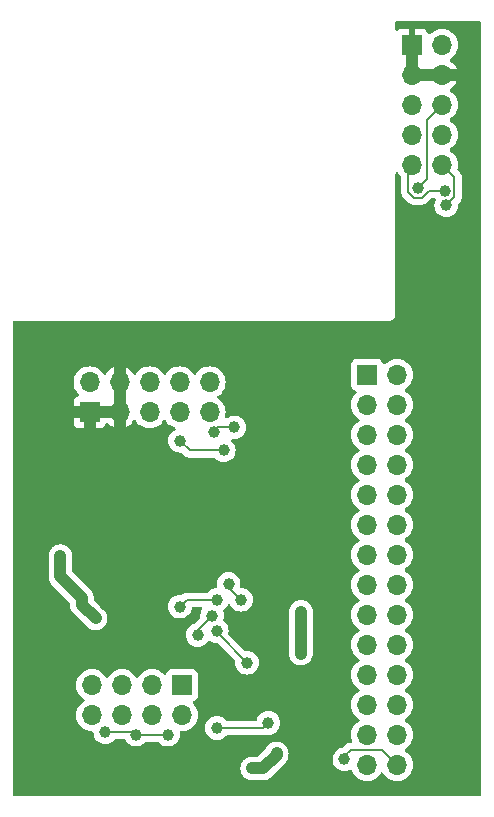
<source format=gbr>
%TF.GenerationSoftware,KiCad,Pcbnew,8.0.8-8.0.8-0~ubuntu24.04.1*%
%TF.CreationDate,2025-02-10T11:28:00-08:00*%
%TF.ProjectId,mem_ext_board,6d656d5f-6578-4745-9f62-6f6172642e6b,rev?*%
%TF.SameCoordinates,Original*%
%TF.FileFunction,Copper,L2,Bot*%
%TF.FilePolarity,Positive*%
%FSLAX46Y46*%
G04 Gerber Fmt 4.6, Leading zero omitted, Abs format (unit mm)*
G04 Created by KiCad (PCBNEW 8.0.8-8.0.8-0~ubuntu24.04.1) date 2025-02-10 11:28:00*
%MOMM*%
%LPD*%
G01*
G04 APERTURE LIST*
%TA.AperFunction,ComponentPad*%
%ADD10R,1.700000X1.700000*%
%TD*%
%TA.AperFunction,ComponentPad*%
%ADD11O,1.700000X1.700000*%
%TD*%
%TA.AperFunction,ViaPad*%
%ADD12C,1.000000*%
%TD*%
%TA.AperFunction,Conductor*%
%ADD13C,0.200000*%
%TD*%
%TA.AperFunction,Conductor*%
%ADD14C,1.000000*%
%TD*%
G04 APERTURE END LIST*
D10*
%TO.P,J2,1,Pin_1*%
%TO.N,Net-(J2-Pin_1)*%
X147956547Y-105025000D03*
D11*
%TO.P,J2,2,Pin_2*%
%TO.N,Net-(J2-Pin_2)*%
X147956547Y-107565000D03*
%TO.P,J2,3,Pin_3*%
%TO.N,/A17*%
X145416547Y-105025000D03*
%TO.P,J2,4,Pin_4*%
%TO.N,Net-(J2-Pin_4)*%
X145416547Y-107565000D03*
%TO.P,J2,5,Pin_5*%
%TO.N,/A18*%
X142876547Y-105025000D03*
%TO.P,J2,6,Pin_6*%
%TO.N,Net-(J2-Pin_6)*%
X142876547Y-107565000D03*
%TO.P,J2,7,Pin_7*%
%TO.N,Net-(J2-Pin_7)*%
X140336547Y-105025000D03*
%TO.P,J2,8,Pin_8*%
%TO.N,+5V*%
X140336547Y-107565000D03*
%TD*%
D10*
%TO.P,J1,1,Pin_1*%
%TO.N,GND*%
X140116547Y-81915000D03*
D11*
%TO.P,J1,2,Pin_2*%
%TO.N,+5V*%
X140116547Y-79375000D03*
%TO.P,J1,3,Pin_3*%
%TO.N,GND*%
X142656547Y-81915000D03*
%TO.P,J1,4,Pin_4*%
X142656547Y-79375000D03*
%TO.P,J1,5,Pin_5*%
%TO.N,/A21*%
X145196547Y-81915000D03*
%TO.P,J1,6,Pin_6*%
%TO.N,/A20*%
X145196547Y-79375000D03*
%TO.P,J1,7,Pin_7*%
%TO.N,/A19*%
X147736547Y-81915000D03*
%TO.P,J1,8,Pin_8*%
%TO.N,/A18*%
X147736547Y-79375000D03*
%TO.P,J1,9,Pin_9*%
%TO.N,/A17*%
X150276547Y-81915000D03*
%TO.P,J1,10,Pin_10*%
%TO.N,/A16*%
X150276547Y-79375000D03*
%TD*%
D10*
%TO.P,J4,1,Pin_1*%
%TO.N,GND*%
X167421547Y-50800000D03*
D11*
%TO.P,J4,2,Pin_2*%
%TO.N,+5V*%
X169961547Y-50800000D03*
%TO.P,J4,3,Pin_3*%
%TO.N,GND*%
X167421547Y-53340000D03*
%TO.P,J4,4,Pin_4*%
X169961547Y-53340000D03*
%TO.P,J4,5,Pin_5*%
%TO.N,/A21*%
X167421547Y-55880000D03*
%TO.P,J4,6,Pin_6*%
%TO.N,/A20*%
X169961547Y-55880000D03*
%TO.P,J4,7,Pin_7*%
%TO.N,/A19*%
X167421547Y-58420000D03*
%TO.P,J4,8,Pin_8*%
%TO.N,/A18*%
X169961547Y-58420000D03*
%TO.P,J4,9,Pin_9*%
%TO.N,/A17*%
X167421547Y-60960000D03*
%TO.P,J4,10,Pin_10*%
%TO.N,/A16*%
X169961547Y-60960000D03*
%TD*%
D10*
%TO.P,J3,1,Pin_1*%
%TO.N,/~{RFSH}*%
X163611547Y-78740000D03*
D11*
%TO.P,J3,2,Pin_2*%
%TO.N,/~{MREQ}*%
X166151547Y-78740000D03*
%TO.P,J3,3,Pin_3*%
%TO.N,/D6*%
X163611547Y-81280000D03*
%TO.P,J3,4,Pin_4*%
%TO.N,/D7*%
X166151547Y-81280000D03*
%TO.P,J3,5,Pin_5*%
%TO.N,/D4*%
X163611547Y-83820000D03*
%TO.P,J3,6,Pin_6*%
%TO.N,/D5*%
X166151547Y-83820000D03*
%TO.P,J3,7,Pin_7*%
%TO.N,/D2*%
X163611547Y-86360000D03*
%TO.P,J3,8,Pin_8*%
%TO.N,/D3*%
X166151547Y-86360000D03*
%TO.P,J3,9,Pin_9*%
%TO.N,/D0*%
X163611547Y-88900000D03*
%TO.P,J3,10,Pin_10*%
%TO.N,/D1*%
X166151547Y-88900000D03*
%TO.P,J3,11,Pin_11*%
%TO.N,/A6*%
X163611547Y-91440000D03*
%TO.P,J3,12,Pin_12*%
%TO.N,/A7*%
X166151547Y-91440000D03*
%TO.P,J3,13,Pin_13*%
%TO.N,/A4*%
X163611547Y-93980000D03*
%TO.P,J3,14,Pin_14*%
%TO.N,/A5*%
X166151547Y-93980000D03*
%TO.P,J3,15,Pin_15*%
%TO.N,/A2*%
X163611547Y-96520000D03*
%TO.P,J3,16,Pin_16*%
%TO.N,/A3*%
X166151547Y-96520000D03*
%TO.P,J3,17,Pin_17*%
%TO.N,/A0*%
X163611547Y-99060000D03*
%TO.P,J3,18,Pin_18*%
%TO.N,/A1*%
X166151547Y-99060000D03*
%TO.P,J3,19,Pin_19*%
%TO.N,/A14*%
X163611547Y-101600000D03*
%TO.P,J3,20,Pin_20*%
%TO.N,/A15*%
X166151547Y-101600000D03*
%TO.P,J3,21,Pin_21*%
%TO.N,/A12*%
X163611547Y-104140000D03*
%TO.P,J3,22,Pin_22*%
%TO.N,/A13*%
X166151547Y-104140000D03*
%TO.P,J3,23,Pin_23*%
%TO.N,/A10*%
X163611547Y-106680000D03*
%TO.P,J3,24,Pin_24*%
%TO.N,/A11*%
X166151547Y-106680000D03*
%TO.P,J3,25,Pin_25*%
%TO.N,/A8*%
X163611547Y-109220000D03*
%TO.P,J3,26,Pin_26*%
%TO.N,/A9*%
X166151547Y-109220000D03*
%TO.P,J3,27,Pin_27*%
%TO.N,/~{WR}*%
X163611547Y-111760000D03*
%TO.P,J3,28,Pin_28*%
%TO.N,/~{RD}*%
X166151547Y-111760000D03*
%TD*%
D12*
%TO.N,/~{RD}*%
X151884361Y-96447814D03*
%TO.N,GND*%
X154975547Y-95504000D03*
X138156547Y-100700000D03*
X161071547Y-97028000D03*
X146456547Y-94600000D03*
X138256547Y-91200000D03*
X147611547Y-89340000D03*
X148456547Y-102600000D03*
X145156547Y-94600000D03*
%TO.N,+5V*%
X158011547Y-102340000D03*
X141456547Y-109000000D03*
X144056547Y-109200000D03*
X140622233Y-99365686D03*
X155956547Y-110800000D03*
X139456547Y-97612500D03*
X137656547Y-94100000D03*
X146756547Y-109200000D03*
X158021547Y-98806000D03*
X153888406Y-112068141D03*
%TO.N,/A16*%
X170325972Y-64401857D03*
%TO.N,/A17*%
X150501357Y-99147752D03*
X170209734Y-63207498D03*
X149288361Y-100765678D03*
%TO.N,/A18*%
X150911547Y-108649436D03*
X155251547Y-108213000D03*
%TO.N,/A20*%
X167891547Y-62940000D03*
%TO.N,/~{RD}*%
X161698205Y-111290000D03*
X152943547Y-97790000D03*
%TO.N,/~{MREQ}*%
X150911547Y-97790000D03*
X152356547Y-83200000D03*
X150651547Y-83566000D03*
X147766125Y-98368000D03*
%TO.N,/~{CS}*%
X147786547Y-84328000D03*
X151477233Y-85147686D03*
%TO.N,/MA14*%
X150888362Y-100436814D03*
X153451547Y-103124000D03*
%TD*%
D13*
%TO.N,/A18*%
X154815111Y-108649436D02*
X150911547Y-108649436D01*
X155251547Y-108213000D02*
X154815111Y-108649436D01*
D14*
%TO.N,+5V*%
X158021547Y-102330000D02*
X158021547Y-98806000D01*
X158011547Y-102340000D02*
X158021547Y-102330000D01*
D13*
%TO.N,/MA14*%
X153451547Y-103124000D02*
X150888362Y-100560815D01*
X150888362Y-100560815D02*
X150888362Y-100436814D01*
%TO.N,/~{CS}*%
X147786547Y-84328000D02*
X148606233Y-85147686D01*
X148606233Y-85147686D02*
X151477233Y-85147686D01*
%TO.N,/~{MREQ}*%
X150651547Y-83566000D02*
X151017547Y-83200000D01*
X151017547Y-83200000D02*
X152356547Y-83200000D01*
%TO.N,/~{RD}*%
X151884361Y-96447814D02*
X151956547Y-96520000D01*
X151956547Y-96520000D02*
X151956547Y-96803000D01*
X151956547Y-96803000D02*
X152943547Y-97790000D01*
%TO.N,/~{MREQ}*%
X147793547Y-98368000D02*
X147766125Y-98368000D01*
X150911547Y-97790000D02*
X148371547Y-97790000D01*
X148371547Y-97790000D02*
X147793547Y-98368000D01*
D14*
%TO.N,GND*%
X142656547Y-79375000D02*
X142656547Y-76835000D01*
X140116547Y-81915000D02*
X137576547Y-81915000D01*
X142656547Y-79375000D02*
X142656547Y-81915000D01*
X167421547Y-53340000D02*
X172011547Y-53340000D01*
X140116547Y-81915000D02*
X140116547Y-83820000D01*
X167421547Y-50800000D02*
X167421547Y-53340000D01*
X142656547Y-81915000D02*
X140116547Y-81915000D01*
X142656547Y-81915000D02*
X142656547Y-83820000D01*
%TO.N,+5V*%
X153888406Y-112068141D02*
X154788406Y-112068141D01*
X139456547Y-97612500D02*
X139456547Y-98200000D01*
X137656547Y-95812500D02*
X137656547Y-94100000D01*
X139456547Y-97612500D02*
X137656547Y-95812500D01*
X154788406Y-112068141D02*
X155956547Y-110900000D01*
X139456547Y-98200000D02*
X140622233Y-99365686D01*
D13*
X146756547Y-109200000D02*
X144056547Y-109200000D01*
D14*
X155956547Y-110900000D02*
X155956547Y-110800000D01*
D13*
X143856547Y-109000000D02*
X144056547Y-109200000D01*
X141456547Y-109000000D02*
X143856547Y-109000000D01*
%TO.N,/A16*%
X171009733Y-62008186D02*
X169961547Y-60960000D01*
X170325972Y-64401857D02*
X171009733Y-63718096D01*
X171009733Y-63718096D02*
X171009733Y-62008186D01*
%TO.N,/A17*%
X167560176Y-63740000D02*
X167091547Y-63271371D01*
X168822918Y-63140000D02*
X168222918Y-63740000D01*
X170209734Y-63207498D02*
X170142236Y-63140000D01*
X170142236Y-63140000D02*
X168822918Y-63140000D01*
X167091547Y-61290000D02*
X167421547Y-60960000D01*
X150501357Y-99147752D02*
X149387547Y-100261562D01*
X167091547Y-63271371D02*
X167091547Y-61290000D01*
X149387547Y-100666492D02*
X149288361Y-100765678D01*
X149387547Y-100261562D02*
X149387547Y-100666492D01*
X168222918Y-63740000D02*
X167560176Y-63740000D01*
%TO.N,/A20*%
X168691547Y-57150000D02*
X169961547Y-55880000D01*
X167891547Y-62940000D02*
X168691547Y-62140000D01*
X168691547Y-62140000D02*
X168691547Y-57150000D01*
%TO.N,/~{RD}*%
X161698205Y-111013342D02*
X162221547Y-110490000D01*
X164881547Y-110490000D02*
X166151547Y-111760000D01*
X161698205Y-111290000D02*
X161698205Y-111013342D01*
X162221547Y-110490000D02*
X164881547Y-110490000D01*
%TD*%
%TA.AperFunction,Conductor*%
%TO.N,GND*%
G36*
X142190622Y-81722007D02*
G01*
X142156547Y-81849174D01*
X142156547Y-81980826D01*
X142190622Y-82107993D01*
X142223535Y-82165000D01*
X140549559Y-82165000D01*
X140582472Y-82107993D01*
X140616547Y-81980826D01*
X140616547Y-81849174D01*
X140582472Y-81722007D01*
X140549559Y-81665000D01*
X142223535Y-81665000D01*
X142190622Y-81722007D01*
G37*
%TD.AperFunction*%
%TA.AperFunction,Conductor*%
G36*
X142906547Y-81481988D02*
G01*
X142849540Y-81449075D01*
X142722373Y-81415000D01*
X142590721Y-81415000D01*
X142463554Y-81449075D01*
X142406547Y-81481988D01*
X142406547Y-79808012D01*
X142463554Y-79840925D01*
X142590721Y-79875000D01*
X142722373Y-79875000D01*
X142849540Y-79840925D01*
X142906547Y-79808012D01*
X142906547Y-81481988D01*
G37*
%TD.AperFunction*%
%TA.AperFunction,Conductor*%
G36*
X173214086Y-48780185D02*
G01*
X173259841Y-48832989D01*
X173271047Y-48884500D01*
X173271047Y-114310500D01*
X173251362Y-114377539D01*
X173198558Y-114423294D01*
X173147047Y-114434500D01*
X133756047Y-114434500D01*
X133689008Y-114414815D01*
X133643253Y-114362011D01*
X133632047Y-114310500D01*
X133632047Y-112068140D01*
X152883065Y-112068140D01*
X152887309Y-112111231D01*
X152887906Y-112123385D01*
X152887906Y-112166685D01*
X152896351Y-112209147D01*
X152898136Y-112221176D01*
X152902381Y-112264271D01*
X152902382Y-112264275D01*
X152914953Y-112305716D01*
X152917909Y-112317519D01*
X152926352Y-112359968D01*
X152926354Y-112359975D01*
X152942923Y-112399975D01*
X152947018Y-112411418D01*
X152957461Y-112445842D01*
X152959593Y-112452870D01*
X152980003Y-112491054D01*
X152985206Y-112502056D01*
X153001774Y-112542055D01*
X153001776Y-112542059D01*
X153025831Y-112578059D01*
X153032089Y-112588499D01*
X153052494Y-112626676D01*
X153052500Y-112626684D01*
X153079958Y-112660143D01*
X153087205Y-112669913D01*
X153111264Y-112705919D01*
X153111268Y-112705924D01*
X153111271Y-112705928D01*
X153141885Y-112736542D01*
X153150057Y-112745557D01*
X153177523Y-112779024D01*
X153201248Y-112798495D01*
X153210987Y-112806487D01*
X153220005Y-112814661D01*
X153250620Y-112845277D01*
X153250625Y-112845281D01*
X153286625Y-112869335D01*
X153296394Y-112876579D01*
X153329868Y-112904051D01*
X153329870Y-112904052D01*
X153368046Y-112924457D01*
X153378484Y-112930713D01*
X153383456Y-112934035D01*
X153414492Y-112954773D01*
X153454501Y-112971344D01*
X153465497Y-112976545D01*
X153503679Y-112996955D01*
X153545116Y-113009524D01*
X153556566Y-113013621D01*
X153596571Y-113030192D01*
X153639046Y-113038640D01*
X153650820Y-113041589D01*
X153692274Y-113054165D01*
X153735370Y-113058409D01*
X153747396Y-113060193D01*
X153777886Y-113066258D01*
X153789864Y-113068641D01*
X153789865Y-113068641D01*
X153833162Y-113068641D01*
X153845315Y-113069237D01*
X153888406Y-113073482D01*
X153931496Y-113069237D01*
X153943650Y-113068641D01*
X154886948Y-113068641D01*
X154906276Y-113064796D01*
X154983594Y-113049416D01*
X155080242Y-113030192D01*
X155133571Y-113008102D01*
X155262320Y-112954773D01*
X155426188Y-112845280D01*
X155565545Y-112705923D01*
X155565546Y-112705920D01*
X155572612Y-112698855D01*
X155572615Y-112698851D01*
X156594325Y-111677141D01*
X156594329Y-111677139D01*
X156733686Y-111537782D01*
X156843179Y-111373914D01*
X156877937Y-111290000D01*
X160692864Y-111290000D01*
X160712180Y-111486129D01*
X160712181Y-111486132D01*
X160744971Y-111594227D01*
X160769393Y-111674733D01*
X160862291Y-111848532D01*
X160862295Y-111848539D01*
X160987321Y-112000883D01*
X161139665Y-112125909D01*
X161139672Y-112125913D01*
X161313471Y-112218811D01*
X161313474Y-112218811D01*
X161313478Y-112218814D01*
X161502073Y-112276024D01*
X161698205Y-112295341D01*
X161894337Y-112276024D01*
X162082932Y-112218814D01*
X162169523Y-112172529D01*
X162237925Y-112158288D01*
X162303169Y-112183288D01*
X162340358Y-112229483D01*
X162437512Y-112437830D01*
X162437514Y-112437834D01*
X162510491Y-112542055D01*
X162573052Y-112631401D01*
X162740146Y-112798495D01*
X162806958Y-112845277D01*
X162933712Y-112934032D01*
X162933714Y-112934033D01*
X162933717Y-112934035D01*
X163147884Y-113033903D01*
X163376139Y-113095063D01*
X163564465Y-113111539D01*
X163611546Y-113115659D01*
X163611547Y-113115659D01*
X163611548Y-113115659D01*
X163650781Y-113112226D01*
X163846955Y-113095063D01*
X164075210Y-113033903D01*
X164289377Y-112934035D01*
X164482948Y-112798495D01*
X164650042Y-112631401D01*
X164779972Y-112445842D01*
X164834549Y-112402217D01*
X164904047Y-112395023D01*
X164966402Y-112426546D01*
X164983122Y-112445842D01*
X165113047Y-112631395D01*
X165113052Y-112631401D01*
X165280146Y-112798495D01*
X165346958Y-112845277D01*
X165473712Y-112934032D01*
X165473714Y-112934033D01*
X165473717Y-112934035D01*
X165687884Y-113033903D01*
X165916139Y-113095063D01*
X166104465Y-113111539D01*
X166151546Y-113115659D01*
X166151547Y-113115659D01*
X166151548Y-113115659D01*
X166190781Y-113112226D01*
X166386955Y-113095063D01*
X166615210Y-113033903D01*
X166829377Y-112934035D01*
X167022948Y-112798495D01*
X167190042Y-112631401D01*
X167325582Y-112437830D01*
X167425450Y-112223663D01*
X167486610Y-111995408D01*
X167507206Y-111760000D01*
X167505132Y-111736300D01*
X167486610Y-111524596D01*
X167486610Y-111524592D01*
X167425450Y-111296337D01*
X167325582Y-111082171D01*
X167325545Y-111082117D01*
X167190041Y-110888597D01*
X167022949Y-110721506D01*
X167022943Y-110721501D01*
X166837389Y-110591575D01*
X166793764Y-110536998D01*
X166786570Y-110467500D01*
X166818093Y-110405145D01*
X166837389Y-110388425D01*
X166966773Y-110297829D01*
X167022948Y-110258495D01*
X167190042Y-110091401D01*
X167325582Y-109897830D01*
X167425450Y-109683663D01*
X167486610Y-109455408D01*
X167507206Y-109220000D01*
X167486610Y-108984592D01*
X167429523Y-108771538D01*
X167425452Y-108756344D01*
X167425451Y-108756343D01*
X167425450Y-108756337D01*
X167325582Y-108542171D01*
X167319972Y-108534158D01*
X167190041Y-108348597D01*
X167022949Y-108181506D01*
X167022943Y-108181501D01*
X166837389Y-108051575D01*
X166793764Y-107996998D01*
X166786570Y-107927500D01*
X166818093Y-107865145D01*
X166837389Y-107848425D01*
X166887230Y-107813526D01*
X167022948Y-107718495D01*
X167190042Y-107551401D01*
X167325582Y-107357830D01*
X167425450Y-107143663D01*
X167486610Y-106915408D01*
X167507206Y-106680000D01*
X167486610Y-106444592D01*
X167425450Y-106216337D01*
X167325582Y-106002171D01*
X167319972Y-105994158D01*
X167190041Y-105808597D01*
X167022949Y-105641506D01*
X167022943Y-105641501D01*
X166837389Y-105511575D01*
X166793764Y-105456998D01*
X166786570Y-105387500D01*
X166818093Y-105325145D01*
X166837389Y-105308425D01*
X166905971Y-105260403D01*
X167022948Y-105178495D01*
X167190042Y-105011401D01*
X167325582Y-104817830D01*
X167425450Y-104603663D01*
X167486610Y-104375408D01*
X167507206Y-104140000D01*
X167506294Y-104129581D01*
X167493777Y-103986506D01*
X167486610Y-103904592D01*
X167425450Y-103676337D01*
X167325582Y-103462171D01*
X167319972Y-103454158D01*
X167190041Y-103268597D01*
X167022949Y-103101506D01*
X167022943Y-103101501D01*
X166837389Y-102971575D01*
X166793764Y-102916998D01*
X166786570Y-102847500D01*
X166818093Y-102785145D01*
X166837389Y-102768425D01*
X166975336Y-102671833D01*
X167022948Y-102638495D01*
X167190042Y-102471401D01*
X167325582Y-102277830D01*
X167425450Y-102063663D01*
X167486610Y-101835408D01*
X167507206Y-101600000D01*
X167486610Y-101364592D01*
X167429221Y-101150411D01*
X167425452Y-101136344D01*
X167425451Y-101136343D01*
X167425450Y-101136337D01*
X167325582Y-100922171D01*
X167319972Y-100914158D01*
X167190041Y-100728597D01*
X167022949Y-100561506D01*
X167022943Y-100561501D01*
X166837389Y-100431575D01*
X166793764Y-100376998D01*
X166786570Y-100307500D01*
X166818093Y-100245145D01*
X166837389Y-100228425D01*
X166875705Y-100201596D01*
X167022948Y-100098495D01*
X167190042Y-99931401D01*
X167325582Y-99737830D01*
X167425450Y-99523663D01*
X167486610Y-99295408D01*
X167507206Y-99060000D01*
X167486610Y-98824592D01*
X167425450Y-98596337D01*
X167325582Y-98382171D01*
X167322464Y-98377717D01*
X167190041Y-98188597D01*
X167022949Y-98021506D01*
X167022943Y-98021501D01*
X166837389Y-97891575D01*
X166793764Y-97836998D01*
X166786570Y-97767500D01*
X166818093Y-97705145D01*
X166837389Y-97688425D01*
X166973678Y-97592994D01*
X167022948Y-97558495D01*
X167190042Y-97391401D01*
X167325582Y-97197830D01*
X167425450Y-96983663D01*
X167486610Y-96755408D01*
X167507206Y-96520000D01*
X167486610Y-96284592D01*
X167425450Y-96056337D01*
X167325582Y-95842171D01*
X167319972Y-95834158D01*
X167190041Y-95648597D01*
X167022949Y-95481506D01*
X167022943Y-95481501D01*
X166837389Y-95351575D01*
X166793764Y-95296998D01*
X166786570Y-95227500D01*
X166818093Y-95165145D01*
X166837389Y-95148425D01*
X166859573Y-95132891D01*
X167022948Y-95018495D01*
X167190042Y-94851401D01*
X167325582Y-94657830D01*
X167425450Y-94443663D01*
X167486610Y-94215408D01*
X167507206Y-93980000D01*
X167486610Y-93744592D01*
X167425450Y-93516337D01*
X167325582Y-93302171D01*
X167320855Y-93295419D01*
X167190041Y-93108597D01*
X167022949Y-92941506D01*
X167022943Y-92941501D01*
X166837389Y-92811575D01*
X166793764Y-92756998D01*
X166786570Y-92687500D01*
X166818093Y-92625145D01*
X166837389Y-92608425D01*
X166859573Y-92592891D01*
X167022948Y-92478495D01*
X167190042Y-92311401D01*
X167325582Y-92117830D01*
X167425450Y-91903663D01*
X167486610Y-91675408D01*
X167507206Y-91440000D01*
X167486610Y-91204592D01*
X167425450Y-90976337D01*
X167325582Y-90762171D01*
X167319972Y-90754158D01*
X167190041Y-90568597D01*
X167022949Y-90401506D01*
X167022943Y-90401501D01*
X166837389Y-90271575D01*
X166793764Y-90216998D01*
X166786570Y-90147500D01*
X166818093Y-90085145D01*
X166837389Y-90068425D01*
X166859573Y-90052891D01*
X167022948Y-89938495D01*
X167190042Y-89771401D01*
X167325582Y-89577830D01*
X167425450Y-89363663D01*
X167486610Y-89135408D01*
X167507206Y-88900000D01*
X167486610Y-88664592D01*
X167425450Y-88436337D01*
X167325582Y-88222171D01*
X167319972Y-88214158D01*
X167190041Y-88028597D01*
X167022949Y-87861506D01*
X167022943Y-87861501D01*
X166837389Y-87731575D01*
X166793764Y-87676998D01*
X166786570Y-87607500D01*
X166818093Y-87545145D01*
X166837389Y-87528425D01*
X166859573Y-87512891D01*
X167022948Y-87398495D01*
X167190042Y-87231401D01*
X167325582Y-87037830D01*
X167425450Y-86823663D01*
X167486610Y-86595408D01*
X167507206Y-86360000D01*
X167486610Y-86124592D01*
X167425450Y-85896337D01*
X167325582Y-85682171D01*
X167322891Y-85678327D01*
X167190041Y-85488597D01*
X167022949Y-85321506D01*
X167022943Y-85321501D01*
X166837389Y-85191575D01*
X166793764Y-85136998D01*
X166786570Y-85067500D01*
X166818093Y-85005145D01*
X166837389Y-84988425D01*
X166982907Y-84886532D01*
X167022948Y-84858495D01*
X167190042Y-84691401D01*
X167325582Y-84497830D01*
X167425450Y-84283663D01*
X167486610Y-84055408D01*
X167507206Y-83820000D01*
X167486610Y-83584592D01*
X167425450Y-83356337D01*
X167325582Y-83142171D01*
X167319972Y-83134158D01*
X167190041Y-82948597D01*
X167022949Y-82781506D01*
X167022943Y-82781501D01*
X166837389Y-82651575D01*
X166793764Y-82596998D01*
X166786570Y-82527500D01*
X166818093Y-82465145D01*
X166837389Y-82448425D01*
X166925067Y-82387032D01*
X167022948Y-82318495D01*
X167190042Y-82151401D01*
X167325582Y-81957830D01*
X167425450Y-81743663D01*
X167486610Y-81515408D01*
X167507206Y-81280000D01*
X167486610Y-81044592D01*
X167425450Y-80816337D01*
X167325582Y-80602171D01*
X167319972Y-80594158D01*
X167190041Y-80408597D01*
X167022949Y-80241506D01*
X167022943Y-80241501D01*
X166837389Y-80111575D01*
X166793764Y-80056998D01*
X166786570Y-79987500D01*
X166818093Y-79925145D01*
X166837389Y-79908425D01*
X166925067Y-79847032D01*
X167022948Y-79778495D01*
X167190042Y-79611401D01*
X167325582Y-79417830D01*
X167425450Y-79203663D01*
X167486610Y-78975408D01*
X167507206Y-78740000D01*
X167486610Y-78504592D01*
X167425450Y-78276337D01*
X167325582Y-78062171D01*
X167313114Y-78044364D01*
X167190041Y-77868597D01*
X167022949Y-77701506D01*
X167022942Y-77701501D01*
X166829381Y-77565967D01*
X166829377Y-77565965D01*
X166829375Y-77565964D01*
X166615210Y-77466097D01*
X166615206Y-77466096D01*
X166615202Y-77466094D01*
X166386960Y-77404938D01*
X166386950Y-77404936D01*
X166151548Y-77384341D01*
X166151546Y-77384341D01*
X165916143Y-77404936D01*
X165916133Y-77404938D01*
X165687891Y-77466094D01*
X165687882Y-77466098D01*
X165473718Y-77565964D01*
X165473716Y-77565965D01*
X165280147Y-77701503D01*
X165158220Y-77823430D01*
X165096897Y-77856914D01*
X165027205Y-77851930D01*
X164971272Y-77810058D01*
X164954357Y-77779081D01*
X164905344Y-77647671D01*
X164905340Y-77647664D01*
X164819094Y-77532455D01*
X164819091Y-77532452D01*
X164703882Y-77446206D01*
X164703875Y-77446202D01*
X164569029Y-77395908D01*
X164569030Y-77395908D01*
X164509430Y-77389501D01*
X164509428Y-77389500D01*
X164509420Y-77389500D01*
X164509411Y-77389500D01*
X162713676Y-77389500D01*
X162713670Y-77389501D01*
X162654063Y-77395908D01*
X162519218Y-77446202D01*
X162519211Y-77446206D01*
X162404002Y-77532452D01*
X162403999Y-77532455D01*
X162317753Y-77647664D01*
X162317749Y-77647671D01*
X162267455Y-77782517D01*
X162261048Y-77842116D01*
X162261047Y-77842135D01*
X162261047Y-79637870D01*
X162261048Y-79637876D01*
X162267455Y-79697483D01*
X162317749Y-79832328D01*
X162317753Y-79832335D01*
X162403999Y-79947544D01*
X162404002Y-79947547D01*
X162519211Y-80033793D01*
X162519218Y-80033797D01*
X162650628Y-80082810D01*
X162706562Y-80124681D01*
X162730979Y-80190145D01*
X162716127Y-80258418D01*
X162694977Y-80286673D01*
X162573050Y-80408600D01*
X162437512Y-80602169D01*
X162437511Y-80602171D01*
X162337645Y-80816335D01*
X162337641Y-80816344D01*
X162276485Y-81044586D01*
X162276483Y-81044596D01*
X162255888Y-81279999D01*
X162255888Y-81280000D01*
X162276483Y-81515403D01*
X162276485Y-81515413D01*
X162337641Y-81743655D01*
X162337643Y-81743659D01*
X162337644Y-81743663D01*
X162341547Y-81752032D01*
X162437512Y-81957830D01*
X162437514Y-81957834D01*
X162542657Y-82107993D01*
X162573048Y-82151396D01*
X162573053Y-82151402D01*
X162740144Y-82318493D01*
X162740150Y-82318498D01*
X162925705Y-82448425D01*
X162969330Y-82503002D01*
X162976524Y-82572500D01*
X162945001Y-82634855D01*
X162925705Y-82651575D01*
X162740144Y-82781505D01*
X162573052Y-82948597D01*
X162437512Y-83142169D01*
X162437511Y-83142171D01*
X162337645Y-83356335D01*
X162337641Y-83356344D01*
X162276485Y-83584586D01*
X162276483Y-83584596D01*
X162255888Y-83819999D01*
X162255888Y-83820000D01*
X162276483Y-84055403D01*
X162276485Y-84055413D01*
X162337641Y-84283655D01*
X162337643Y-84283659D01*
X162337644Y-84283663D01*
X162426725Y-84474697D01*
X162437512Y-84497830D01*
X162437514Y-84497834D01*
X162501457Y-84589153D01*
X162573048Y-84691396D01*
X162573053Y-84691402D01*
X162740144Y-84858493D01*
X162740150Y-84858498D01*
X162925705Y-84988425D01*
X162969330Y-85043002D01*
X162976524Y-85112500D01*
X162945001Y-85174855D01*
X162925705Y-85191575D01*
X162740144Y-85321505D01*
X162573052Y-85488597D01*
X162437512Y-85682169D01*
X162437511Y-85682171D01*
X162337645Y-85896335D01*
X162337641Y-85896344D01*
X162276485Y-86124586D01*
X162276483Y-86124596D01*
X162255888Y-86359999D01*
X162255888Y-86360000D01*
X162276483Y-86595403D01*
X162276485Y-86595413D01*
X162337641Y-86823655D01*
X162337643Y-86823659D01*
X162337644Y-86823663D01*
X162341547Y-86832032D01*
X162437512Y-87037830D01*
X162437514Y-87037834D01*
X162545828Y-87192521D01*
X162573048Y-87231396D01*
X162573053Y-87231402D01*
X162740144Y-87398493D01*
X162740150Y-87398498D01*
X162925705Y-87528425D01*
X162969330Y-87583002D01*
X162976524Y-87652500D01*
X162945001Y-87714855D01*
X162925705Y-87731575D01*
X162740144Y-87861505D01*
X162573052Y-88028597D01*
X162437512Y-88222169D01*
X162437511Y-88222171D01*
X162337645Y-88436335D01*
X162337641Y-88436344D01*
X162276485Y-88664586D01*
X162276483Y-88664596D01*
X162255888Y-88899999D01*
X162255888Y-88900000D01*
X162276483Y-89135403D01*
X162276485Y-89135413D01*
X162337641Y-89363655D01*
X162337643Y-89363659D01*
X162337644Y-89363663D01*
X162341547Y-89372032D01*
X162437512Y-89577830D01*
X162437514Y-89577834D01*
X162545828Y-89732521D01*
X162573048Y-89771396D01*
X162573053Y-89771402D01*
X162740144Y-89938493D01*
X162740150Y-89938498D01*
X162925705Y-90068425D01*
X162969330Y-90123002D01*
X162976524Y-90192500D01*
X162945001Y-90254855D01*
X162925705Y-90271575D01*
X162740144Y-90401505D01*
X162573052Y-90568597D01*
X162437512Y-90762169D01*
X162437511Y-90762171D01*
X162337645Y-90976335D01*
X162337641Y-90976344D01*
X162276485Y-91204586D01*
X162276483Y-91204596D01*
X162255888Y-91439999D01*
X162255888Y-91440000D01*
X162276483Y-91675403D01*
X162276485Y-91675413D01*
X162337641Y-91903655D01*
X162337643Y-91903659D01*
X162337644Y-91903663D01*
X162341547Y-91912032D01*
X162437512Y-92117830D01*
X162437514Y-92117834D01*
X162545828Y-92272521D01*
X162573048Y-92311396D01*
X162573053Y-92311402D01*
X162740144Y-92478493D01*
X162740150Y-92478498D01*
X162925705Y-92608425D01*
X162969330Y-92663002D01*
X162976524Y-92732500D01*
X162945001Y-92794855D01*
X162925705Y-92811575D01*
X162740144Y-92941505D01*
X162573052Y-93108597D01*
X162437512Y-93302169D01*
X162437511Y-93302171D01*
X162337645Y-93516335D01*
X162337641Y-93516344D01*
X162276485Y-93744586D01*
X162276483Y-93744596D01*
X162255888Y-93979999D01*
X162255888Y-93980000D01*
X162276483Y-94215403D01*
X162276485Y-94215413D01*
X162337641Y-94443655D01*
X162337643Y-94443659D01*
X162337644Y-94443663D01*
X162341547Y-94452032D01*
X162437512Y-94657830D01*
X162437514Y-94657834D01*
X162545828Y-94812521D01*
X162573048Y-94851396D01*
X162573053Y-94851402D01*
X162740144Y-95018493D01*
X162740150Y-95018498D01*
X162925705Y-95148425D01*
X162969330Y-95203002D01*
X162976524Y-95272500D01*
X162945001Y-95334855D01*
X162925705Y-95351575D01*
X162740144Y-95481505D01*
X162573052Y-95648597D01*
X162437512Y-95842169D01*
X162437511Y-95842171D01*
X162337645Y-96056335D01*
X162337641Y-96056344D01*
X162276485Y-96284586D01*
X162276483Y-96284596D01*
X162255888Y-96519999D01*
X162255888Y-96520000D01*
X162276483Y-96755403D01*
X162276485Y-96755413D01*
X162337641Y-96983655D01*
X162337643Y-96983659D01*
X162337644Y-96983663D01*
X162370425Y-97053961D01*
X162437512Y-97197830D01*
X162437514Y-97197834D01*
X162515689Y-97309478D01*
X162573048Y-97391396D01*
X162573053Y-97391402D01*
X162740144Y-97558493D01*
X162740150Y-97558498D01*
X162925705Y-97688425D01*
X162969330Y-97743002D01*
X162976524Y-97812500D01*
X162945001Y-97874855D01*
X162925705Y-97891575D01*
X162740144Y-98021505D01*
X162573052Y-98188597D01*
X162437512Y-98382169D01*
X162437511Y-98382171D01*
X162337645Y-98596335D01*
X162337641Y-98596344D01*
X162276485Y-98824586D01*
X162276483Y-98824596D01*
X162255888Y-99059999D01*
X162255888Y-99060000D01*
X162276483Y-99295403D01*
X162276485Y-99295413D01*
X162337641Y-99523655D01*
X162337643Y-99523659D01*
X162337644Y-99523663D01*
X162374757Y-99603252D01*
X162437512Y-99737830D01*
X162437514Y-99737834D01*
X162506856Y-99836864D01*
X162573048Y-99931396D01*
X162573053Y-99931402D01*
X162740144Y-100098493D01*
X162740150Y-100098498D01*
X162925705Y-100228425D01*
X162969330Y-100283002D01*
X162976524Y-100352500D01*
X162945001Y-100414855D01*
X162925705Y-100431575D01*
X162740144Y-100561505D01*
X162573052Y-100728597D01*
X162437512Y-100922169D01*
X162437511Y-100922171D01*
X162337645Y-101136335D01*
X162337641Y-101136344D01*
X162276485Y-101364586D01*
X162276483Y-101364596D01*
X162255888Y-101599999D01*
X162255888Y-101600000D01*
X162276483Y-101835403D01*
X162276485Y-101835413D01*
X162337641Y-102063655D01*
X162337643Y-102063659D01*
X162337644Y-102063663D01*
X162398975Y-102195188D01*
X162437512Y-102277830D01*
X162437514Y-102277834D01*
X162519726Y-102395244D01*
X162573048Y-102471396D01*
X162573053Y-102471402D01*
X162740144Y-102638493D01*
X162740150Y-102638498D01*
X162925705Y-102768425D01*
X162969330Y-102823002D01*
X162976524Y-102892500D01*
X162945001Y-102954855D01*
X162925705Y-102971575D01*
X162740144Y-103101505D01*
X162573052Y-103268597D01*
X162437512Y-103462169D01*
X162437511Y-103462171D01*
X162337645Y-103676335D01*
X162337641Y-103676344D01*
X162276485Y-103904586D01*
X162276483Y-103904596D01*
X162255888Y-104139999D01*
X162255888Y-104140000D01*
X162276483Y-104375403D01*
X162276485Y-104375413D01*
X162337641Y-104603655D01*
X162337643Y-104603659D01*
X162337644Y-104603663D01*
X162341547Y-104612032D01*
X162437512Y-104817830D01*
X162437514Y-104817834D01*
X162545828Y-104972521D01*
X162573048Y-105011396D01*
X162573053Y-105011402D01*
X162740144Y-105178493D01*
X162740150Y-105178498D01*
X162925705Y-105308425D01*
X162969330Y-105363002D01*
X162976524Y-105432500D01*
X162945001Y-105494855D01*
X162925705Y-105511575D01*
X162740144Y-105641505D01*
X162573052Y-105808597D01*
X162437512Y-106002169D01*
X162437511Y-106002171D01*
X162337645Y-106216335D01*
X162337641Y-106216344D01*
X162276485Y-106444586D01*
X162276483Y-106444596D01*
X162255888Y-106679999D01*
X162255888Y-106680000D01*
X162276483Y-106915403D01*
X162276485Y-106915413D01*
X162337641Y-107143655D01*
X162337643Y-107143659D01*
X162337644Y-107143663D01*
X162341547Y-107152032D01*
X162437512Y-107357830D01*
X162437514Y-107357834D01*
X162538542Y-107502116D01*
X162573048Y-107551396D01*
X162573053Y-107551402D01*
X162740144Y-107718493D01*
X162740150Y-107718498D01*
X162925705Y-107848425D01*
X162969330Y-107903002D01*
X162976524Y-107972500D01*
X162945001Y-108034855D01*
X162925705Y-108051575D01*
X162740144Y-108181505D01*
X162573052Y-108348597D01*
X162437512Y-108542169D01*
X162437511Y-108542171D01*
X162337645Y-108756335D01*
X162337641Y-108756344D01*
X162276485Y-108984586D01*
X162276483Y-108984596D01*
X162255888Y-109219999D01*
X162255888Y-109220000D01*
X162276483Y-109455403D01*
X162276485Y-109455413D01*
X162337641Y-109683655D01*
X162337642Y-109683658D01*
X162337644Y-109683663D01*
X162351369Y-109713097D01*
X162361861Y-109782171D01*
X162333342Y-109845956D01*
X162274866Y-109884196D01*
X162238987Y-109889500D01*
X162142486Y-109889500D01*
X162111400Y-109897829D01*
X162111401Y-109897830D01*
X161989761Y-109930423D01*
X161989756Y-109930426D01*
X161852837Y-110009475D01*
X161852829Y-110009481D01*
X161773194Y-110089117D01*
X161741027Y-110121284D01*
X161741025Y-110121286D01*
X161664092Y-110198219D01*
X161595855Y-110266456D01*
X161534532Y-110299940D01*
X161520333Y-110302176D01*
X161502079Y-110303974D01*
X161313471Y-110361188D01*
X161139672Y-110454086D01*
X161139665Y-110454090D01*
X160987321Y-110579116D01*
X160862295Y-110731460D01*
X160862291Y-110731467D01*
X160769393Y-110905266D01*
X160712180Y-111093870D01*
X160692864Y-111290000D01*
X156877937Y-111290000D01*
X156918598Y-111191835D01*
X156937334Y-111097643D01*
X156957047Y-110998543D01*
X156957047Y-110855244D01*
X156957644Y-110843090D01*
X156961888Y-110800000D01*
X156957644Y-110756908D01*
X156957047Y-110744754D01*
X156957047Y-110701458D01*
X156954664Y-110689480D01*
X156948599Y-110658990D01*
X156946815Y-110646961D01*
X156942571Y-110603869D01*
X156942571Y-110603868D01*
X156929995Y-110562414D01*
X156927046Y-110550640D01*
X156918598Y-110508165D01*
X156902027Y-110468160D01*
X156897929Y-110456706D01*
X156885361Y-110415273D01*
X156864950Y-110377088D01*
X156859748Y-110366090D01*
X156857717Y-110361186D01*
X156843179Y-110326086D01*
X156819119Y-110290078D01*
X156812863Y-110279640D01*
X156792458Y-110241464D01*
X156792457Y-110241462D01*
X156764985Y-110207988D01*
X156757741Y-110198219D01*
X156733687Y-110162219D01*
X156733683Y-110162214D01*
X156703067Y-110131599D01*
X156694893Y-110122581D01*
X156667431Y-110089118D01*
X156633963Y-110061651D01*
X156624948Y-110053479D01*
X156594334Y-110022865D01*
X156594330Y-110022862D01*
X156594327Y-110022860D01*
X156568108Y-110005340D01*
X156558319Y-109998799D01*
X156548549Y-109991552D01*
X156515090Y-109964094D01*
X156515082Y-109964088D01*
X156497983Y-109954948D01*
X156476897Y-109943678D01*
X156466465Y-109937425D01*
X156430465Y-109913370D01*
X156430461Y-109913368D01*
X156390462Y-109896800D01*
X156379460Y-109891597D01*
X156341276Y-109871187D01*
X156341275Y-109871186D01*
X156341274Y-109871186D01*
X156299824Y-109858612D01*
X156288381Y-109854517D01*
X156248381Y-109837948D01*
X156248374Y-109837946D01*
X156205925Y-109829503D01*
X156194122Y-109826547D01*
X156152681Y-109813976D01*
X156152677Y-109813975D01*
X156109582Y-109809730D01*
X156097553Y-109807945D01*
X156055091Y-109799500D01*
X156055088Y-109799500D01*
X156011791Y-109799500D01*
X155999637Y-109798903D01*
X155956547Y-109794659D01*
X155913457Y-109798903D01*
X155901303Y-109799500D01*
X155858000Y-109799500D01*
X155815538Y-109807945D01*
X155803510Y-109809730D01*
X155760414Y-109813976D01*
X155718974Y-109826546D01*
X155707173Y-109829502D01*
X155664713Y-109837948D01*
X155664708Y-109837949D01*
X155624706Y-109854518D01*
X155613254Y-109858616D01*
X155571819Y-109871186D01*
X155533638Y-109891594D01*
X155522640Y-109896795D01*
X155482638Y-109913364D01*
X155446627Y-109937426D01*
X155436192Y-109943680D01*
X155398012Y-109964087D01*
X155398007Y-109964091D01*
X155364537Y-109991557D01*
X155354772Y-109998799D01*
X155318772Y-110022855D01*
X155318766Y-110022860D01*
X155288142Y-110053483D01*
X155279131Y-110061650D01*
X155245664Y-110089117D01*
X155218197Y-110122584D01*
X155210030Y-110131595D01*
X155179407Y-110162219D01*
X155179402Y-110162225D01*
X155155346Y-110198225D01*
X155148104Y-110207990D01*
X155120638Y-110241460D01*
X155120634Y-110241465D01*
X155100227Y-110279645D01*
X155093973Y-110290080D01*
X155069912Y-110326089D01*
X155053344Y-110366089D01*
X155048142Y-110377088D01*
X155037985Y-110396090D01*
X155016308Y-110425317D01*
X154410305Y-111031322D01*
X154348982Y-111064807D01*
X154322624Y-111067641D01*
X153943650Y-111067641D01*
X153931496Y-111067044D01*
X153908783Y-111064807D01*
X153888406Y-111062800D01*
X153868029Y-111064807D01*
X153845316Y-111067044D01*
X153833162Y-111067641D01*
X153789859Y-111067641D01*
X153747397Y-111076086D01*
X153735369Y-111077871D01*
X153692273Y-111082117D01*
X153650833Y-111094687D01*
X153639032Y-111097643D01*
X153596572Y-111106089D01*
X153596567Y-111106090D01*
X153556565Y-111122659D01*
X153545113Y-111126757D01*
X153503678Y-111139327D01*
X153465497Y-111159735D01*
X153454499Y-111164936D01*
X153414497Y-111181505D01*
X153378486Y-111205567D01*
X153368051Y-111211821D01*
X153329871Y-111232228D01*
X153329866Y-111232232D01*
X153296396Y-111259698D01*
X153286631Y-111266940D01*
X153250631Y-111290996D01*
X153250625Y-111291001D01*
X153220001Y-111321624D01*
X153210990Y-111329791D01*
X153177523Y-111357258D01*
X153150056Y-111390725D01*
X153141889Y-111399736D01*
X153111266Y-111430360D01*
X153111261Y-111430366D01*
X153087205Y-111466366D01*
X153079963Y-111476131D01*
X153052497Y-111509601D01*
X153052493Y-111509606D01*
X153032086Y-111547786D01*
X153025832Y-111558221D01*
X153001770Y-111594232D01*
X152985201Y-111634234D01*
X152980000Y-111645232D01*
X152959592Y-111683413D01*
X152947022Y-111724848D01*
X152942924Y-111736300D01*
X152926355Y-111776302D01*
X152926354Y-111776307D01*
X152917908Y-111818767D01*
X152914952Y-111830568D01*
X152902382Y-111872008D01*
X152898136Y-111915104D01*
X152896351Y-111927132D01*
X152887906Y-111969594D01*
X152887906Y-112012895D01*
X152887309Y-112025048D01*
X152883065Y-112068140D01*
X133632047Y-112068140D01*
X133632047Y-105024999D01*
X138980888Y-105024999D01*
X138980888Y-105025000D01*
X139001483Y-105260403D01*
X139001485Y-105260413D01*
X139062641Y-105488655D01*
X139062643Y-105488659D01*
X139062644Y-105488663D01*
X139133914Y-105641501D01*
X139162512Y-105702830D01*
X139162514Y-105702834D01*
X139236571Y-105808597D01*
X139298048Y-105896396D01*
X139298053Y-105896402D01*
X139465144Y-106063493D01*
X139465150Y-106063498D01*
X139650705Y-106193425D01*
X139694330Y-106248002D01*
X139701524Y-106317500D01*
X139670001Y-106379855D01*
X139650705Y-106396575D01*
X139465144Y-106526505D01*
X139298052Y-106693597D01*
X139162512Y-106887169D01*
X139162511Y-106887171D01*
X139062645Y-107101335D01*
X139062641Y-107101344D01*
X139001485Y-107329586D01*
X139001483Y-107329596D01*
X138980888Y-107564999D01*
X138980888Y-107565000D01*
X139001483Y-107800403D01*
X139001485Y-107800413D01*
X139062641Y-108028655D01*
X139062643Y-108028659D01*
X139062644Y-108028663D01*
X139140218Y-108195020D01*
X139162512Y-108242830D01*
X139162514Y-108242834D01*
X139236571Y-108348597D01*
X139298052Y-108436401D01*
X139465146Y-108603495D01*
X139561931Y-108671265D01*
X139658712Y-108739032D01*
X139658714Y-108739033D01*
X139658717Y-108739035D01*
X139872884Y-108838903D01*
X140101139Y-108900063D01*
X140336547Y-108920659D01*
X140336549Y-108920658D01*
X140341810Y-108921119D01*
X140406879Y-108946571D01*
X140447858Y-109003162D01*
X140454406Y-109032493D01*
X140470522Y-109196129D01*
X140527735Y-109384733D01*
X140620633Y-109558532D01*
X140620637Y-109558539D01*
X140745663Y-109710883D01*
X140898007Y-109835909D01*
X140898014Y-109835913D01*
X141071813Y-109928811D01*
X141071816Y-109928811D01*
X141071820Y-109928814D01*
X141260415Y-109986024D01*
X141456547Y-110005341D01*
X141652679Y-109986024D01*
X141841274Y-109928814D01*
X141870172Y-109913368D01*
X141996290Y-109845956D01*
X142015085Y-109835910D01*
X142167430Y-109710883D01*
X142189772Y-109683659D01*
X142220814Y-109645835D01*
X142278559Y-109606501D01*
X142316667Y-109600500D01*
X143061841Y-109600500D01*
X143128880Y-109620185D01*
X143171199Y-109666047D01*
X143220633Y-109758532D01*
X143220637Y-109758539D01*
X143345663Y-109910883D01*
X143498007Y-110035909D01*
X143498014Y-110035913D01*
X143671813Y-110128811D01*
X143671816Y-110128811D01*
X143671820Y-110128814D01*
X143860415Y-110186024D01*
X144056547Y-110205341D01*
X144252679Y-110186024D01*
X144441274Y-110128814D01*
X144452930Y-110122584D01*
X144615079Y-110035913D01*
X144615085Y-110035910D01*
X144767430Y-109910883D01*
X144784979Y-109889500D01*
X144820814Y-109845835D01*
X144878559Y-109806501D01*
X144916667Y-109800500D01*
X145896427Y-109800500D01*
X145963466Y-109820185D01*
X145992280Y-109845835D01*
X146045663Y-109910883D01*
X146198007Y-110035909D01*
X146198014Y-110035913D01*
X146371813Y-110128811D01*
X146371816Y-110128811D01*
X146371820Y-110128814D01*
X146560415Y-110186024D01*
X146756547Y-110205341D01*
X146952679Y-110186024D01*
X147141274Y-110128814D01*
X147152930Y-110122584D01*
X147315079Y-110035913D01*
X147315085Y-110035910D01*
X147467430Y-109910883D01*
X147592457Y-109758538D01*
X147641895Y-109666047D01*
X147685358Y-109584733D01*
X147685358Y-109584732D01*
X147685361Y-109584727D01*
X147742571Y-109396132D01*
X147761888Y-109200000D01*
X147747090Y-109049754D01*
X147760109Y-108981111D01*
X147808174Y-108930401D01*
X147876024Y-108913726D01*
X147881266Y-108914072D01*
X147956547Y-108920659D01*
X148191955Y-108900063D01*
X148420210Y-108838903D01*
X148634377Y-108739035D01*
X148762338Y-108649436D01*
X149906206Y-108649436D01*
X149925522Y-108845565D01*
X149925523Y-108845568D01*
X149982226Y-109032493D01*
X149982735Y-109034169D01*
X150075633Y-109207968D01*
X150075637Y-109207975D01*
X150200663Y-109360319D01*
X150353007Y-109485345D01*
X150353014Y-109485349D01*
X150526813Y-109578247D01*
X150526816Y-109578247D01*
X150526820Y-109578250D01*
X150715415Y-109635460D01*
X150911547Y-109654777D01*
X151107679Y-109635460D01*
X151296274Y-109578250D01*
X151470085Y-109485346D01*
X151622430Y-109360319D01*
X151675814Y-109295271D01*
X151733559Y-109255937D01*
X151771667Y-109249936D01*
X154728442Y-109249936D01*
X154728458Y-109249937D01*
X154736054Y-109249937D01*
X154894165Y-109249937D01*
X154894168Y-109249937D01*
X155046896Y-109209013D01*
X155046897Y-109209012D01*
X155054653Y-109206934D01*
X155098900Y-109203306D01*
X155251547Y-109218341D01*
X155447679Y-109199024D01*
X155636274Y-109141814D01*
X155810085Y-109048910D01*
X155962430Y-108923883D01*
X156087457Y-108771538D01*
X156152722Y-108649436D01*
X156180358Y-108597733D01*
X156180358Y-108597732D01*
X156180361Y-108597727D01*
X156237571Y-108409132D01*
X156256888Y-108213000D01*
X156237571Y-108016868D01*
X156180361Y-107828273D01*
X156180358Y-107828269D01*
X156180358Y-107828266D01*
X156087460Y-107654467D01*
X156087456Y-107654460D01*
X155962430Y-107502116D01*
X155810086Y-107377090D01*
X155810079Y-107377086D01*
X155636280Y-107284188D01*
X155636274Y-107284186D01*
X155447679Y-107226976D01*
X155447676Y-107226975D01*
X155251547Y-107207659D01*
X155055417Y-107226975D01*
X154866813Y-107284188D01*
X154693014Y-107377086D01*
X154693007Y-107377090D01*
X154540663Y-107502116D01*
X154415637Y-107654460D01*
X154415633Y-107654467D01*
X154322734Y-107828268D01*
X154316620Y-107848425D01*
X154282490Y-107960932D01*
X154244194Y-108019370D01*
X154180382Y-108047826D01*
X154163831Y-108048936D01*
X151771667Y-108048936D01*
X151704628Y-108029251D01*
X151675814Y-108003601D01*
X151622430Y-107938552D01*
X151470086Y-107813526D01*
X151470079Y-107813522D01*
X151296280Y-107720624D01*
X151296274Y-107720622D01*
X151107679Y-107663412D01*
X151107676Y-107663411D01*
X150911547Y-107644095D01*
X150715417Y-107663411D01*
X150526813Y-107720624D01*
X150353014Y-107813522D01*
X150353007Y-107813526D01*
X150200663Y-107938552D01*
X150075637Y-108090896D01*
X150075633Y-108090903D01*
X149982735Y-108264702D01*
X149925522Y-108453306D01*
X149906206Y-108649436D01*
X148762338Y-108649436D01*
X148827948Y-108603495D01*
X148995042Y-108436401D01*
X149130582Y-108242830D01*
X149230450Y-108028663D01*
X149291610Y-107800408D01*
X149312206Y-107565000D01*
X149291610Y-107329592D01*
X149230450Y-107101337D01*
X149130582Y-106887171D01*
X149124971Y-106879158D01*
X148995043Y-106693600D01*
X148981442Y-106679999D01*
X148873114Y-106571671D01*
X148839631Y-106510351D01*
X148844615Y-106440659D01*
X148886486Y-106384725D01*
X148917462Y-106367810D01*
X149048878Y-106318796D01*
X149164093Y-106232546D01*
X149250343Y-106117331D01*
X149300638Y-105982483D01*
X149307047Y-105922873D01*
X149307046Y-104127128D01*
X149300638Y-104067517D01*
X149299357Y-104064083D01*
X149250344Y-103932671D01*
X149250340Y-103932664D01*
X149164094Y-103817455D01*
X149164091Y-103817452D01*
X149048882Y-103731206D01*
X149048875Y-103731202D01*
X148914029Y-103680908D01*
X148914030Y-103680908D01*
X148854430Y-103674501D01*
X148854428Y-103674500D01*
X148854420Y-103674500D01*
X148854411Y-103674500D01*
X147058676Y-103674500D01*
X147058670Y-103674501D01*
X146999063Y-103680908D01*
X146864218Y-103731202D01*
X146864211Y-103731206D01*
X146749002Y-103817452D01*
X146748999Y-103817455D01*
X146662753Y-103932664D01*
X146662750Y-103932669D01*
X146613736Y-104064083D01*
X146571864Y-104120016D01*
X146506400Y-104144433D01*
X146438127Y-104129581D01*
X146409873Y-104108430D01*
X146287949Y-103986506D01*
X146287942Y-103986501D01*
X146094381Y-103850967D01*
X146094377Y-103850965D01*
X146059889Y-103834883D01*
X145880210Y-103751097D01*
X145880206Y-103751096D01*
X145880202Y-103751094D01*
X145651960Y-103689938D01*
X145651950Y-103689936D01*
X145416548Y-103669341D01*
X145416546Y-103669341D01*
X145181143Y-103689936D01*
X145181133Y-103689938D01*
X144952891Y-103751094D01*
X144952882Y-103751098D01*
X144738718Y-103850964D01*
X144738716Y-103850965D01*
X144545144Y-103986505D01*
X144378052Y-104153597D01*
X144248122Y-104339158D01*
X144193545Y-104382783D01*
X144124047Y-104389977D01*
X144061692Y-104358454D01*
X144044972Y-104339158D01*
X143915041Y-104153597D01*
X143747949Y-103986506D01*
X143747942Y-103986501D01*
X143554381Y-103850967D01*
X143554377Y-103850965D01*
X143519889Y-103834883D01*
X143340210Y-103751097D01*
X143340206Y-103751096D01*
X143340202Y-103751094D01*
X143111960Y-103689938D01*
X143111950Y-103689936D01*
X142876548Y-103669341D01*
X142876546Y-103669341D01*
X142641143Y-103689936D01*
X142641133Y-103689938D01*
X142412891Y-103751094D01*
X142412882Y-103751098D01*
X142198718Y-103850964D01*
X142198716Y-103850965D01*
X142005144Y-103986505D01*
X141838052Y-104153597D01*
X141708122Y-104339158D01*
X141653545Y-104382783D01*
X141584047Y-104389977D01*
X141521692Y-104358454D01*
X141504972Y-104339158D01*
X141375041Y-104153597D01*
X141207949Y-103986506D01*
X141207942Y-103986501D01*
X141014381Y-103850967D01*
X141014377Y-103850965D01*
X140979889Y-103834883D01*
X140800210Y-103751097D01*
X140800206Y-103751096D01*
X140800202Y-103751094D01*
X140571960Y-103689938D01*
X140571950Y-103689936D01*
X140336548Y-103669341D01*
X140336546Y-103669341D01*
X140101143Y-103689936D01*
X140101133Y-103689938D01*
X139872891Y-103751094D01*
X139872882Y-103751098D01*
X139658718Y-103850964D01*
X139658716Y-103850965D01*
X139465144Y-103986505D01*
X139298052Y-104153597D01*
X139162512Y-104347169D01*
X139162511Y-104347171D01*
X139062645Y-104561335D01*
X139062641Y-104561344D01*
X139001485Y-104789586D01*
X139001483Y-104789596D01*
X138980888Y-105024999D01*
X133632047Y-105024999D01*
X133632047Y-94099999D01*
X136651206Y-94099999D01*
X136655450Y-94143090D01*
X136656047Y-94155244D01*
X136656047Y-95911041D01*
X136656047Y-95911043D01*
X136656046Y-95911043D01*
X136694494Y-96104329D01*
X136694497Y-96104339D01*
X136769911Y-96286407D01*
X136769918Y-96286420D01*
X136879406Y-96450280D01*
X136879407Y-96450281D01*
X136879408Y-96450282D01*
X137018765Y-96589639D01*
X137018766Y-96589639D01*
X137025833Y-96596706D01*
X137025832Y-96596706D01*
X137025836Y-96596709D01*
X138419728Y-97990601D01*
X138453213Y-98051924D01*
X138456047Y-98078282D01*
X138456047Y-98298542D01*
X138469863Y-98367999D01*
X138469863Y-98368000D01*
X138494494Y-98491828D01*
X138494496Y-98491836D01*
X138512814Y-98536059D01*
X138512814Y-98536060D01*
X138569911Y-98673907D01*
X138569918Y-98673920D01*
X138679407Y-98837781D01*
X138679410Y-98837785D01*
X138823084Y-98981459D01*
X138823106Y-98981479D01*
X139875708Y-100034081D01*
X139883879Y-100043096D01*
X139911350Y-100076569D01*
X139938070Y-100098498D01*
X139944820Y-100104037D01*
X139953838Y-100112211D01*
X139984446Y-100142820D01*
X139984449Y-100142822D01*
X139984452Y-100142825D01*
X140020440Y-100166871D01*
X140020452Y-100166879D01*
X140030225Y-100174128D01*
X140050384Y-100190672D01*
X140063695Y-100201596D01*
X140101880Y-100222006D01*
X140101884Y-100222008D01*
X140112323Y-100228265D01*
X140148319Y-100252317D01*
X140188320Y-100268887D01*
X140199315Y-100274087D01*
X140237506Y-100294500D01*
X140278954Y-100307073D01*
X140290399Y-100311169D01*
X140330389Y-100327734D01*
X140330390Y-100327734D01*
X140330397Y-100327737D01*
X140372865Y-100336183D01*
X140384657Y-100339137D01*
X140426101Y-100351710D01*
X140469198Y-100355954D01*
X140481224Y-100357738D01*
X140511714Y-100363803D01*
X140523692Y-100366186D01*
X140523693Y-100366186D01*
X140566989Y-100366186D01*
X140579142Y-100366782D01*
X140622233Y-100371027D01*
X140665323Y-100366782D01*
X140677477Y-100366186D01*
X140720774Y-100366186D01*
X140736686Y-100363020D01*
X140763237Y-100357739D01*
X140775269Y-100355954D01*
X140818365Y-100351710D01*
X140859803Y-100339138D01*
X140871603Y-100336183D01*
X140914069Y-100327737D01*
X140954088Y-100311159D01*
X140965508Y-100307073D01*
X141006960Y-100294500D01*
X141045155Y-100274083D01*
X141056134Y-100268890D01*
X141096147Y-100252317D01*
X141106880Y-100245145D01*
X141132141Y-100228266D01*
X141142565Y-100222016D01*
X141180771Y-100201596D01*
X141214253Y-100174116D01*
X141224013Y-100166879D01*
X141260014Y-100142825D01*
X141290627Y-100112210D01*
X141299644Y-100104038D01*
X141299645Y-100104037D01*
X141333116Y-100076569D01*
X141360586Y-100043095D01*
X141368759Y-100034079D01*
X141399372Y-100003467D01*
X141423426Y-99967466D01*
X141430663Y-99957706D01*
X141458143Y-99924224D01*
X141478563Y-99886018D01*
X141484813Y-99875594D01*
X141508860Y-99839606D01*
X141508860Y-99839605D01*
X141508864Y-99839600D01*
X141525437Y-99799587D01*
X141530634Y-99788602D01*
X141534676Y-99781040D01*
X141551047Y-99750413D01*
X141563620Y-99708961D01*
X141567706Y-99697541D01*
X141584284Y-99657522D01*
X141592730Y-99615056D01*
X141595687Y-99603252D01*
X141608257Y-99561818D01*
X141612501Y-99518722D01*
X141614287Y-99506684D01*
X141616217Y-99496985D01*
X141622733Y-99464226D01*
X141622733Y-99420930D01*
X141623330Y-99408776D01*
X141627574Y-99365686D01*
X141623330Y-99322593D01*
X141622733Y-99310440D01*
X141622733Y-99267145D01*
X141615642Y-99231498D01*
X141614285Y-99224677D01*
X141612501Y-99212648D01*
X141611640Y-99203910D01*
X141608257Y-99169554D01*
X141595684Y-99128110D01*
X141592729Y-99116311D01*
X141584284Y-99073850D01*
X141567715Y-99033851D01*
X141563620Y-99022407D01*
X141551047Y-98980959D01*
X141530635Y-98942770D01*
X141525434Y-98931773D01*
X141508864Y-98891772D01*
X141484812Y-98855776D01*
X141478555Y-98845337D01*
X141458143Y-98807148D01*
X141432600Y-98776024D01*
X141430675Y-98773678D01*
X141423426Y-98763905D01*
X141414639Y-98750754D01*
X141399372Y-98727905D01*
X141399369Y-98727902D01*
X141399367Y-98727899D01*
X141368758Y-98697291D01*
X141360584Y-98688273D01*
X141333117Y-98654804D01*
X141330871Y-98652961D01*
X141299643Y-98627332D01*
X141290628Y-98619161D01*
X141039466Y-98367999D01*
X146760784Y-98367999D01*
X146780100Y-98564129D01*
X146785758Y-98582781D01*
X146836712Y-98750754D01*
X146837313Y-98752733D01*
X146930211Y-98926532D01*
X146930215Y-98926539D01*
X147055241Y-99078883D01*
X147207585Y-99203909D01*
X147207592Y-99203913D01*
X147381391Y-99296811D01*
X147381394Y-99296811D01*
X147381398Y-99296814D01*
X147569993Y-99354024D01*
X147766125Y-99373341D01*
X147962257Y-99354024D01*
X148150852Y-99296814D01*
X148153483Y-99295408D01*
X148237757Y-99250362D01*
X148324663Y-99203910D01*
X148477008Y-99078883D01*
X148602035Y-98926538D01*
X148666464Y-98806000D01*
X148694936Y-98752733D01*
X148694936Y-98752732D01*
X148694939Y-98752727D01*
X148752149Y-98564132D01*
X148758234Y-98502346D01*
X148784394Y-98437559D01*
X148841429Y-98397200D01*
X148881637Y-98390500D01*
X149566351Y-98390500D01*
X149633390Y-98410185D01*
X149679145Y-98462989D01*
X149689089Y-98532147D01*
X149666780Y-98582781D01*
X149668830Y-98584151D01*
X149665443Y-98589219D01*
X149572545Y-98763018D01*
X149515332Y-98951622D01*
X149496016Y-99147752D01*
X149496016Y-99147753D01*
X149504263Y-99231498D01*
X149491243Y-99300143D01*
X149468541Y-99331331D01*
X149018833Y-99781040D01*
X149018825Y-99781044D01*
X149018827Y-99781046D01*
X149010820Y-99789052D01*
X148959141Y-99820025D01*
X148903634Y-99836863D01*
X148903630Y-99836865D01*
X148729828Y-99929764D01*
X148729821Y-99929768D01*
X148577477Y-100054794D01*
X148452451Y-100207138D01*
X148452447Y-100207145D01*
X148359549Y-100380944D01*
X148302336Y-100569548D01*
X148283020Y-100765678D01*
X148302336Y-100961807D01*
X148302337Y-100961810D01*
X148355279Y-101136337D01*
X148359549Y-101150411D01*
X148452447Y-101324210D01*
X148452451Y-101324217D01*
X148577477Y-101476561D01*
X148729821Y-101601587D01*
X148729828Y-101601591D01*
X148903627Y-101694489D01*
X148903630Y-101694489D01*
X148903634Y-101694492D01*
X149092229Y-101751702D01*
X149288361Y-101771019D01*
X149484493Y-101751702D01*
X149673088Y-101694492D01*
X149846899Y-101601588D01*
X149999244Y-101476561D01*
X150124271Y-101324216D01*
X150134851Y-101304423D01*
X150183812Y-101254578D01*
X150251950Y-101239116D01*
X150317630Y-101262946D01*
X150322877Y-101267023D01*
X150329821Y-101272722D01*
X150329829Y-101272727D01*
X150503628Y-101365625D01*
X150503631Y-101365625D01*
X150503635Y-101365628D01*
X150692230Y-101422838D01*
X150879820Y-101441313D01*
X150944607Y-101467473D01*
X150955347Y-101477035D01*
X152418731Y-102940419D01*
X152452216Y-103001742D01*
X152454453Y-103040252D01*
X152446206Y-103123998D01*
X152446206Y-103123999D01*
X152465522Y-103320129D01*
X152471702Y-103340500D01*
X152521595Y-103504977D01*
X152522735Y-103508733D01*
X152615633Y-103682532D01*
X152615637Y-103682539D01*
X152740663Y-103834883D01*
X152893007Y-103959909D01*
X152893014Y-103959913D01*
X153066813Y-104052811D01*
X153066816Y-104052811D01*
X153066820Y-104052814D01*
X153255415Y-104110024D01*
X153451547Y-104129341D01*
X153647679Y-104110024D01*
X153836274Y-104052814D01*
X154010085Y-103959910D01*
X154162430Y-103834883D01*
X154287457Y-103682538D01*
X154380361Y-103508727D01*
X154437571Y-103320132D01*
X154456888Y-103124000D01*
X154437571Y-102927868D01*
X154380361Y-102739273D01*
X154380358Y-102739269D01*
X154380358Y-102739266D01*
X154287460Y-102565467D01*
X154287456Y-102565460D01*
X154162430Y-102413116D01*
X154073337Y-102339999D01*
X157006206Y-102339999D01*
X157010450Y-102383090D01*
X157011047Y-102395244D01*
X157011047Y-102438543D01*
X157019492Y-102481005D01*
X157021277Y-102493034D01*
X157025522Y-102536130D01*
X157025524Y-102536137D01*
X157038094Y-102577577D01*
X157041050Y-102589378D01*
X157049494Y-102631829D01*
X157049495Y-102631831D01*
X157049496Y-102631836D01*
X157066070Y-102671850D01*
X157070162Y-102683288D01*
X157082732Y-102724725D01*
X157082734Y-102724730D01*
X157103146Y-102762919D01*
X157108347Y-102773915D01*
X157124916Y-102813914D01*
X157124916Y-102813915D01*
X157148969Y-102849913D01*
X157155223Y-102860347D01*
X157175636Y-102898537D01*
X157175639Y-102898541D01*
X157203104Y-102932007D01*
X157210353Y-102941781D01*
X157234407Y-102977780D01*
X157234410Y-102977784D01*
X157265021Y-103008394D01*
X157273193Y-103017410D01*
X157300664Y-103050883D01*
X157334126Y-103078345D01*
X157334134Y-103078351D01*
X157343152Y-103086525D01*
X157373760Y-103117134D01*
X157373763Y-103117136D01*
X157373766Y-103117139D01*
X157409766Y-103141193D01*
X157419539Y-103148442D01*
X157439698Y-103164986D01*
X157453009Y-103175910D01*
X157491194Y-103196320D01*
X157491198Y-103196322D01*
X157501637Y-103202579D01*
X157537633Y-103226631D01*
X157577634Y-103243201D01*
X157588629Y-103248401D01*
X157626820Y-103268814D01*
X157668268Y-103281387D01*
X157679713Y-103285483D01*
X157719703Y-103302048D01*
X157719704Y-103302048D01*
X157719711Y-103302051D01*
X157762179Y-103310497D01*
X157773971Y-103313451D01*
X157815415Y-103326024D01*
X157858512Y-103330268D01*
X157870538Y-103332052D01*
X157901028Y-103338117D01*
X157913006Y-103340500D01*
X157913007Y-103340500D01*
X157956303Y-103340500D01*
X157968456Y-103341096D01*
X158011547Y-103345341D01*
X158054637Y-103341096D01*
X158066791Y-103340500D01*
X158110088Y-103340500D01*
X158126000Y-103337334D01*
X158152551Y-103332053D01*
X158164583Y-103330268D01*
X158207679Y-103326024D01*
X158249117Y-103313452D01*
X158260917Y-103310497D01*
X158303383Y-103302051D01*
X158343402Y-103285473D01*
X158354822Y-103281387D01*
X158396274Y-103268814D01*
X158434469Y-103248397D01*
X158445448Y-103243204D01*
X158485461Y-103226631D01*
X158521455Y-103202580D01*
X158531879Y-103196330D01*
X158570085Y-103175910D01*
X158586704Y-103162269D01*
X158603559Y-103148438D01*
X158613330Y-103141190D01*
X158649328Y-103117139D01*
X158652248Y-103114218D01*
X158652258Y-103114211D01*
X158664967Y-103101501D01*
X158679954Y-103086512D01*
X158688949Y-103078359D01*
X158722430Y-103050883D01*
X158749905Y-103017403D01*
X158758058Y-103008408D01*
X158798686Y-102967782D01*
X158830601Y-102920016D01*
X158837849Y-102910244D01*
X158847457Y-102898538D01*
X158854597Y-102885177D01*
X158860849Y-102874747D01*
X158870470Y-102860348D01*
X158908179Y-102803914D01*
X158970644Y-102653110D01*
X158983598Y-102621836D01*
X158990055Y-102589378D01*
X159010492Y-102486632D01*
X159010492Y-102486631D01*
X159013521Y-102471402D01*
X159022047Y-102428541D01*
X159022047Y-98861244D01*
X159022644Y-98849090D01*
X159023757Y-98837785D01*
X159026888Y-98806000D01*
X159022742Y-98763905D01*
X159022644Y-98762907D01*
X159022047Y-98750754D01*
X159022047Y-98707458D01*
X159018231Y-98688273D01*
X159013599Y-98664990D01*
X159011815Y-98652961D01*
X159009531Y-98629775D01*
X159007571Y-98609868D01*
X158994995Y-98568414D01*
X158992046Y-98556640D01*
X158983598Y-98514165D01*
X158967027Y-98474159D01*
X158962930Y-98462710D01*
X158950361Y-98421273D01*
X158929951Y-98383091D01*
X158924750Y-98372095D01*
X158908179Y-98332086D01*
X158885765Y-98298542D01*
X158884119Y-98296078D01*
X158877863Y-98285640D01*
X158857458Y-98247464D01*
X158857457Y-98247462D01*
X158829985Y-98213988D01*
X158822741Y-98204219D01*
X158798687Y-98168219D01*
X158798683Y-98168214D01*
X158768067Y-98137599D01*
X158759893Y-98128581D01*
X158732431Y-98095118D01*
X158698963Y-98067651D01*
X158689948Y-98059479D01*
X158659334Y-98028865D01*
X158659330Y-98028862D01*
X158659327Y-98028860D01*
X158642686Y-98017740D01*
X158623319Y-98004799D01*
X158613549Y-97997552D01*
X158580090Y-97970094D01*
X158580082Y-97970088D01*
X158562983Y-97960948D01*
X158541897Y-97949678D01*
X158531465Y-97943425D01*
X158495465Y-97919370D01*
X158495461Y-97919368D01*
X158455462Y-97902800D01*
X158444460Y-97897597D01*
X158406276Y-97877187D01*
X158406275Y-97877186D01*
X158406274Y-97877186D01*
X158364824Y-97864612D01*
X158353381Y-97860517D01*
X158313381Y-97843948D01*
X158313374Y-97843946D01*
X158270925Y-97835503D01*
X158259122Y-97832547D01*
X158217681Y-97819976D01*
X158217677Y-97819975D01*
X158174582Y-97815730D01*
X158162553Y-97813945D01*
X158120091Y-97805500D01*
X158120088Y-97805500D01*
X158076791Y-97805500D01*
X158064637Y-97804903D01*
X158021547Y-97800659D01*
X157978457Y-97804903D01*
X157966303Y-97805500D01*
X157923000Y-97805500D01*
X157880538Y-97813945D01*
X157868510Y-97815730D01*
X157825414Y-97819976D01*
X157783974Y-97832546D01*
X157772173Y-97835502D01*
X157729713Y-97843948D01*
X157729708Y-97843949D01*
X157689706Y-97860518D01*
X157678254Y-97864616D01*
X157636819Y-97877186D01*
X157598638Y-97897594D01*
X157587640Y-97902795D01*
X157547638Y-97919364D01*
X157511627Y-97943426D01*
X157501192Y-97949680D01*
X157463012Y-97970087D01*
X157463007Y-97970091D01*
X157429537Y-97997557D01*
X157419772Y-98004799D01*
X157383772Y-98028855D01*
X157383766Y-98028860D01*
X157353142Y-98059483D01*
X157344131Y-98067650D01*
X157310664Y-98095117D01*
X157283197Y-98128584D01*
X157275030Y-98137595D01*
X157244407Y-98168219D01*
X157244402Y-98168225D01*
X157220346Y-98204225D01*
X157213104Y-98213990D01*
X157185638Y-98247460D01*
X157185634Y-98247465D01*
X157165227Y-98285645D01*
X157158973Y-98296080D01*
X157134911Y-98332091D01*
X157118342Y-98372093D01*
X157113141Y-98383091D01*
X157092733Y-98421272D01*
X157080163Y-98462707D01*
X157076065Y-98474159D01*
X157059496Y-98514161D01*
X157059495Y-98514166D01*
X157051049Y-98556626D01*
X157048093Y-98568427D01*
X157035523Y-98609867D01*
X157031277Y-98652963D01*
X157029492Y-98664991D01*
X157021047Y-98707453D01*
X157021047Y-98750754D01*
X157020450Y-98762907D01*
X157016206Y-98805999D01*
X157020450Y-98849090D01*
X157021047Y-98861244D01*
X157021047Y-102178969D01*
X157018665Y-102203157D01*
X157011047Y-102241459D01*
X157011047Y-102284754D01*
X157010450Y-102296907D01*
X157006206Y-102339999D01*
X154073337Y-102339999D01*
X154010086Y-102288090D01*
X154010079Y-102288086D01*
X153836280Y-102195188D01*
X153836274Y-102195186D01*
X153647679Y-102137976D01*
X153647676Y-102137975D01*
X153451547Y-102118659D01*
X153451546Y-102118659D01*
X153367799Y-102126906D01*
X153299153Y-102113886D01*
X153267966Y-102091184D01*
X151910059Y-100733277D01*
X151876574Y-100671954D01*
X151874337Y-100633442D01*
X151881422Y-100561505D01*
X151893703Y-100436814D01*
X151874386Y-100240682D01*
X151817176Y-100052087D01*
X151817173Y-100052083D01*
X151817173Y-100052080D01*
X151724275Y-99878281D01*
X151724271Y-99878274D01*
X151599245Y-99725930D01*
X151480933Y-99628834D01*
X151441599Y-99571088D01*
X151439728Y-99501244D01*
X151440938Y-99496985D01*
X151478445Y-99373341D01*
X151487381Y-99343884D01*
X151506698Y-99147752D01*
X151487381Y-98951620D01*
X151430171Y-98763025D01*
X151430169Y-98763021D01*
X151428875Y-98758755D01*
X151428252Y-98688888D01*
X151465500Y-98629775D01*
X151468871Y-98626906D01*
X151478309Y-98619161D01*
X151622430Y-98500883D01*
X151747457Y-98348538D01*
X151765358Y-98315047D01*
X151818189Y-98216209D01*
X151867151Y-98166365D01*
X151935289Y-98150904D01*
X152000968Y-98174736D01*
X152036905Y-98216209D01*
X152107633Y-98348532D01*
X152107637Y-98348539D01*
X152232663Y-98500883D01*
X152385007Y-98625909D01*
X152385014Y-98625913D01*
X152558813Y-98718811D01*
X152558816Y-98718811D01*
X152558820Y-98718814D01*
X152747415Y-98776024D01*
X152943547Y-98795341D01*
X153139679Y-98776024D01*
X153328274Y-98718814D01*
X153502085Y-98625910D01*
X153654430Y-98500883D01*
X153779457Y-98348538D01*
X153851372Y-98213995D01*
X153872358Y-98174733D01*
X153872358Y-98174732D01*
X153872361Y-98174727D01*
X153929571Y-97986132D01*
X153948888Y-97790000D01*
X153929571Y-97593868D01*
X153872361Y-97405273D01*
X153872358Y-97405269D01*
X153872358Y-97405266D01*
X153779460Y-97231467D01*
X153779456Y-97231460D01*
X153654430Y-97079116D01*
X153502086Y-96954090D01*
X153502079Y-96954086D01*
X153328280Y-96861188D01*
X153328274Y-96861186D01*
X153139679Y-96803976D01*
X153139676Y-96803975D01*
X152980493Y-96788297D01*
X152915705Y-96762136D01*
X152875347Y-96705101D01*
X152871671Y-96650193D01*
X152869788Y-96650008D01*
X152875037Y-96596709D01*
X152889702Y-96447814D01*
X152870385Y-96251682D01*
X152813175Y-96063087D01*
X152813172Y-96063083D01*
X152813172Y-96063080D01*
X152720274Y-95889281D01*
X152720270Y-95889274D01*
X152595244Y-95736930D01*
X152442900Y-95611904D01*
X152442893Y-95611900D01*
X152269094Y-95519002D01*
X152269088Y-95519000D01*
X152080493Y-95461790D01*
X152080490Y-95461789D01*
X151884361Y-95442473D01*
X151688231Y-95461789D01*
X151499627Y-95519002D01*
X151325828Y-95611900D01*
X151325821Y-95611904D01*
X151173477Y-95736930D01*
X151048451Y-95889274D01*
X151048447Y-95889281D01*
X150955549Y-96063080D01*
X150898336Y-96251684D01*
X150879020Y-96447814D01*
X150898336Y-96643943D01*
X150899352Y-96649048D01*
X150893123Y-96718640D01*
X150850259Y-96773817D01*
X150789888Y-96796641D01*
X150715417Y-96803975D01*
X150526813Y-96861188D01*
X150353014Y-96954086D01*
X150353007Y-96954090D01*
X150200663Y-97079116D01*
X150147280Y-97144165D01*
X150089535Y-97183499D01*
X150051427Y-97189500D01*
X148292487Y-97189500D01*
X148251566Y-97200464D01*
X148251566Y-97200465D01*
X148214298Y-97210451D01*
X148139761Y-97230423D01*
X148139756Y-97230426D01*
X148002832Y-97309478D01*
X147974665Y-97337645D01*
X147913341Y-97371129D01*
X147874832Y-97373365D01*
X147766125Y-97362659D01*
X147569995Y-97381975D01*
X147381391Y-97439188D01*
X147207592Y-97532086D01*
X147207585Y-97532090D01*
X147055241Y-97657116D01*
X146930215Y-97809460D01*
X146930211Y-97809467D01*
X146837313Y-97983266D01*
X146780100Y-98171870D01*
X146760784Y-98367999D01*
X141039466Y-98367999D01*
X140493366Y-97821899D01*
X140459881Y-97760576D01*
X140457047Y-97734218D01*
X140457047Y-97667744D01*
X140457644Y-97655590D01*
X140458402Y-97647890D01*
X140461888Y-97612500D01*
X140457644Y-97569407D01*
X140457047Y-97557254D01*
X140457047Y-97513958D01*
X140454664Y-97501980D01*
X140448599Y-97471490D01*
X140446815Y-97459461D01*
X140444818Y-97439188D01*
X140442571Y-97416368D01*
X140429998Y-97374922D01*
X140427046Y-97363136D01*
X140418598Y-97320664D01*
X140402022Y-97280647D01*
X140397933Y-97269218D01*
X140385361Y-97227773D01*
X140364951Y-97189591D01*
X140359748Y-97178590D01*
X140343179Y-97138586D01*
X140319119Y-97102578D01*
X140312863Y-97092140D01*
X140292458Y-97053964D01*
X140292457Y-97053962D01*
X140264985Y-97020488D01*
X140257741Y-97010719D01*
X140233687Y-96974719D01*
X140233683Y-96974714D01*
X140203067Y-96944099D01*
X140194893Y-96935081D01*
X140167430Y-96901616D01*
X140133964Y-96874152D01*
X140124947Y-96865979D01*
X138693366Y-95434398D01*
X138659881Y-95373075D01*
X138657047Y-95346717D01*
X138657047Y-94155244D01*
X138657644Y-94143090D01*
X138661888Y-94100000D01*
X138657644Y-94056907D01*
X138657047Y-94044754D01*
X138657047Y-94001458D01*
X138654664Y-93989480D01*
X138648599Y-93958990D01*
X138646815Y-93946961D01*
X138642571Y-93903869D01*
X138642571Y-93903868D01*
X138629995Y-93862414D01*
X138627046Y-93850640D01*
X138618598Y-93808165D01*
X138602027Y-93768159D01*
X138597930Y-93756710D01*
X138585361Y-93715273D01*
X138564951Y-93677091D01*
X138559750Y-93666095D01*
X138543179Y-93626086D01*
X138519119Y-93590078D01*
X138512863Y-93579640D01*
X138492458Y-93541464D01*
X138492457Y-93541462D01*
X138464985Y-93507988D01*
X138457741Y-93498219D01*
X138433687Y-93462219D01*
X138433683Y-93462214D01*
X138403067Y-93431599D01*
X138394893Y-93422581D01*
X138367431Y-93389118D01*
X138333963Y-93361651D01*
X138324948Y-93353479D01*
X138294334Y-93322865D01*
X138294330Y-93322862D01*
X138294327Y-93322860D01*
X138263362Y-93302169D01*
X138258319Y-93298799D01*
X138248549Y-93291552D01*
X138215090Y-93264094D01*
X138215082Y-93264088D01*
X138197983Y-93254948D01*
X138176897Y-93243678D01*
X138166465Y-93237425D01*
X138130465Y-93213370D01*
X138130461Y-93213368D01*
X138090462Y-93196800D01*
X138079460Y-93191597D01*
X138041276Y-93171187D01*
X138041275Y-93171186D01*
X138041274Y-93171186D01*
X137999824Y-93158612D01*
X137988381Y-93154517D01*
X137948381Y-93137948D01*
X137948374Y-93137946D01*
X137905925Y-93129503D01*
X137894122Y-93126547D01*
X137852681Y-93113976D01*
X137852677Y-93113975D01*
X137809582Y-93109730D01*
X137797553Y-93107945D01*
X137755091Y-93099500D01*
X137755088Y-93099500D01*
X137711791Y-93099500D01*
X137699637Y-93098903D01*
X137656547Y-93094659D01*
X137613457Y-93098903D01*
X137601303Y-93099500D01*
X137558000Y-93099500D01*
X137515538Y-93107945D01*
X137503510Y-93109730D01*
X137460414Y-93113976D01*
X137418974Y-93126546D01*
X137407173Y-93129502D01*
X137364713Y-93137948D01*
X137364708Y-93137949D01*
X137324706Y-93154518D01*
X137313254Y-93158616D01*
X137271819Y-93171186D01*
X137233638Y-93191594D01*
X137222640Y-93196795D01*
X137182638Y-93213364D01*
X137146627Y-93237426D01*
X137136192Y-93243680D01*
X137098012Y-93264087D01*
X137098007Y-93264091D01*
X137064537Y-93291557D01*
X137054772Y-93298799D01*
X137018772Y-93322855D01*
X137018766Y-93322860D01*
X136988142Y-93353483D01*
X136979131Y-93361650D01*
X136945664Y-93389117D01*
X136918197Y-93422584D01*
X136910030Y-93431595D01*
X136879407Y-93462219D01*
X136879402Y-93462225D01*
X136855346Y-93498225D01*
X136848104Y-93507990D01*
X136820638Y-93541460D01*
X136820634Y-93541465D01*
X136800227Y-93579645D01*
X136793973Y-93590080D01*
X136769911Y-93626091D01*
X136753342Y-93666093D01*
X136748141Y-93677091D01*
X136727733Y-93715272D01*
X136715163Y-93756707D01*
X136711065Y-93768159D01*
X136694496Y-93808161D01*
X136694495Y-93808166D01*
X136686049Y-93850626D01*
X136683093Y-93862427D01*
X136670523Y-93903867D01*
X136666277Y-93946963D01*
X136664492Y-93958991D01*
X136656047Y-94001453D01*
X136656047Y-94044754D01*
X136655450Y-94056907D01*
X136651206Y-94099999D01*
X133632047Y-94099999D01*
X133632047Y-79374999D01*
X138760888Y-79374999D01*
X138760888Y-79375000D01*
X138781483Y-79610403D01*
X138781485Y-79610413D01*
X138842641Y-79838655D01*
X138842643Y-79838659D01*
X138842644Y-79838663D01*
X138922348Y-80009588D01*
X138942512Y-80052830D01*
X138942514Y-80052834D01*
X139038661Y-80190145D01*
X139078051Y-80246400D01*
X139078053Y-80246402D01*
X139200365Y-80368714D01*
X139233850Y-80430037D01*
X139228866Y-80499729D01*
X139186994Y-80555662D01*
X139156018Y-80572577D01*
X139024459Y-80621646D01*
X139024453Y-80621649D01*
X138909359Y-80707809D01*
X138909356Y-80707812D01*
X138823196Y-80822906D01*
X138823192Y-80822913D01*
X138772950Y-80957620D01*
X138772948Y-80957627D01*
X138766547Y-81017155D01*
X138766547Y-81665000D01*
X139683535Y-81665000D01*
X139650622Y-81722007D01*
X139616547Y-81849174D01*
X139616547Y-81980826D01*
X139650622Y-82107993D01*
X139683535Y-82165000D01*
X138766547Y-82165000D01*
X138766547Y-82812844D01*
X138772948Y-82872372D01*
X138772950Y-82872379D01*
X138823192Y-83007086D01*
X138823196Y-83007093D01*
X138909356Y-83122187D01*
X138909359Y-83122190D01*
X139024453Y-83208350D01*
X139024460Y-83208354D01*
X139159167Y-83258596D01*
X139159174Y-83258598D01*
X139218702Y-83264999D01*
X139218719Y-83265000D01*
X139866547Y-83265000D01*
X139866547Y-82348012D01*
X139923554Y-82380925D01*
X140050721Y-82415000D01*
X140182373Y-82415000D01*
X140309540Y-82380925D01*
X140366547Y-82348012D01*
X140366547Y-83265000D01*
X141014375Y-83265000D01*
X141014391Y-83264999D01*
X141073919Y-83258598D01*
X141073926Y-83258596D01*
X141208633Y-83208354D01*
X141208640Y-83208350D01*
X141323734Y-83122190D01*
X141323737Y-83122187D01*
X141409897Y-83007093D01*
X141409901Y-83007086D01*
X141459161Y-82875013D01*
X141501032Y-82819079D01*
X141566496Y-82794662D01*
X141634769Y-82809513D01*
X141663024Y-82830665D01*
X141785464Y-82953105D01*
X141978968Y-83088600D01*
X142193054Y-83188429D01*
X142193063Y-83188433D01*
X142406547Y-83245634D01*
X142406547Y-82348012D01*
X142463554Y-82380925D01*
X142590721Y-82415000D01*
X142722373Y-82415000D01*
X142849540Y-82380925D01*
X142906547Y-82348012D01*
X142906547Y-83245633D01*
X143120030Y-83188433D01*
X143120039Y-83188429D01*
X143334125Y-83088600D01*
X143527629Y-82953105D01*
X143694652Y-82786082D01*
X143824666Y-82600405D01*
X143879243Y-82556781D01*
X143948742Y-82549588D01*
X144011096Y-82581110D01*
X144027816Y-82600405D01*
X144158052Y-82786401D01*
X144325146Y-82953495D01*
X144397086Y-83003868D01*
X144518712Y-83089032D01*
X144518714Y-83089033D01*
X144518717Y-83089035D01*
X144732884Y-83188903D01*
X144961139Y-83250063D01*
X145131866Y-83265000D01*
X145196546Y-83270659D01*
X145196547Y-83270659D01*
X145196548Y-83270659D01*
X145261228Y-83265000D01*
X145431955Y-83250063D01*
X145660210Y-83188903D01*
X145874377Y-83089035D01*
X146067948Y-82953495D01*
X146235042Y-82786401D01*
X146364972Y-82600842D01*
X146419549Y-82557217D01*
X146489047Y-82550023D01*
X146551402Y-82581546D01*
X146568122Y-82600842D01*
X146697828Y-82786082D01*
X146698052Y-82786401D01*
X146865146Y-82953495D01*
X146937086Y-83003868D01*
X147058712Y-83089032D01*
X147058714Y-83089033D01*
X147058717Y-83089035D01*
X147272884Y-83188903D01*
X147272890Y-83188904D01*
X147272891Y-83188905D01*
X147317717Y-83200916D01*
X147377377Y-83237281D01*
X147407907Y-83300127D01*
X147399613Y-83369503D01*
X147355128Y-83423381D01*
X147344077Y-83430049D01*
X147228014Y-83492085D01*
X147228007Y-83492090D01*
X147075663Y-83617116D01*
X146950637Y-83769460D01*
X146950633Y-83769467D01*
X146857735Y-83943266D01*
X146800522Y-84131870D01*
X146781206Y-84328000D01*
X146800522Y-84524129D01*
X146857735Y-84712733D01*
X146950633Y-84886532D01*
X146950637Y-84886539D01*
X147075663Y-85038883D01*
X147228007Y-85163909D01*
X147228014Y-85163913D01*
X147401813Y-85256811D01*
X147401816Y-85256811D01*
X147401820Y-85256814D01*
X147590415Y-85314024D01*
X147786547Y-85333341D01*
X147870292Y-85325092D01*
X147938936Y-85338110D01*
X147970126Y-85360814D01*
X148121372Y-85512060D01*
X148121382Y-85512071D01*
X148125712Y-85516401D01*
X148125713Y-85516402D01*
X148237517Y-85628206D01*
X148317110Y-85674158D01*
X148324328Y-85678325D01*
X148324330Y-85678327D01*
X148350531Y-85693454D01*
X148374448Y-85707263D01*
X148527176Y-85748186D01*
X150617113Y-85748186D01*
X150684152Y-85767871D01*
X150712966Y-85793521D01*
X150766349Y-85858569D01*
X150918693Y-85983595D01*
X150918700Y-85983599D01*
X151092499Y-86076497D01*
X151092502Y-86076497D01*
X151092506Y-86076500D01*
X151281101Y-86133710D01*
X151477233Y-86153027D01*
X151673365Y-86133710D01*
X151861960Y-86076500D01*
X152035771Y-85983596D01*
X152188116Y-85858569D01*
X152313143Y-85706224D01*
X152406047Y-85532413D01*
X152463257Y-85343818D01*
X152482574Y-85147686D01*
X152463257Y-84951554D01*
X152406047Y-84762959D01*
X152406044Y-84762955D01*
X152406044Y-84762952D01*
X152313146Y-84589153D01*
X152313142Y-84589146D01*
X152188116Y-84436802D01*
X152160631Y-84414246D01*
X152121297Y-84356500D01*
X152119426Y-84286656D01*
X152155614Y-84226887D01*
X152218370Y-84196172D01*
X152251450Y-84194990D01*
X152356547Y-84205341D01*
X152552679Y-84186024D01*
X152741274Y-84128814D01*
X152915085Y-84035910D01*
X153067430Y-83910883D01*
X153192457Y-83758538D01*
X153285361Y-83584727D01*
X153342571Y-83396132D01*
X153361888Y-83200000D01*
X153342571Y-83003868D01*
X153285361Y-82815273D01*
X153285358Y-82815269D01*
X153285358Y-82815266D01*
X153192460Y-82641467D01*
X153192456Y-82641460D01*
X153067430Y-82489116D01*
X152915086Y-82364090D01*
X152915079Y-82364086D01*
X152741280Y-82271188D01*
X152741274Y-82271186D01*
X152552679Y-82213976D01*
X152552676Y-82213975D01*
X152356547Y-82194659D01*
X152160417Y-82213975D01*
X151971813Y-82271188D01*
X151798014Y-82364086D01*
X151798003Y-82364093D01*
X151783993Y-82375591D01*
X151719683Y-82402903D01*
X151650816Y-82391110D01*
X151599257Y-82343956D01*
X151581376Y-82276413D01*
X151585556Y-82247643D01*
X151607700Y-82165000D01*
X151611610Y-82150408D01*
X151632206Y-81915000D01*
X151611610Y-81679592D01*
X151550450Y-81451337D01*
X151450582Y-81237171D01*
X151445278Y-81229595D01*
X151315041Y-81043597D01*
X151147949Y-80876506D01*
X151147943Y-80876501D01*
X150962389Y-80746575D01*
X150918764Y-80691998D01*
X150911570Y-80622500D01*
X150943093Y-80560145D01*
X150962389Y-80543425D01*
X151074047Y-80465241D01*
X151147948Y-80413495D01*
X151315042Y-80246401D01*
X151450582Y-80052830D01*
X151550450Y-79838663D01*
X151611610Y-79610408D01*
X151632206Y-79375000D01*
X151611610Y-79139592D01*
X151550450Y-78911337D01*
X151450582Y-78697171D01*
X151445278Y-78689595D01*
X151315041Y-78503597D01*
X151147949Y-78336506D01*
X151147942Y-78336501D01*
X150954381Y-78200967D01*
X150954377Y-78200965D01*
X150954375Y-78200964D01*
X150740210Y-78101097D01*
X150740206Y-78101096D01*
X150740202Y-78101094D01*
X150511960Y-78039938D01*
X150511950Y-78039936D01*
X150276548Y-78019341D01*
X150276546Y-78019341D01*
X150041143Y-78039936D01*
X150041133Y-78039938D01*
X149812891Y-78101094D01*
X149812882Y-78101098D01*
X149598718Y-78200964D01*
X149598716Y-78200965D01*
X149405144Y-78336505D01*
X149238052Y-78503597D01*
X149108122Y-78689158D01*
X149053545Y-78732783D01*
X148984047Y-78739977D01*
X148921692Y-78708454D01*
X148904972Y-78689158D01*
X148775041Y-78503597D01*
X148607949Y-78336506D01*
X148607942Y-78336501D01*
X148414381Y-78200967D01*
X148414377Y-78200965D01*
X148414375Y-78200964D01*
X148200210Y-78101097D01*
X148200206Y-78101096D01*
X148200202Y-78101094D01*
X147971960Y-78039938D01*
X147971950Y-78039936D01*
X147736548Y-78019341D01*
X147736546Y-78019341D01*
X147501143Y-78039936D01*
X147501133Y-78039938D01*
X147272891Y-78101094D01*
X147272882Y-78101098D01*
X147058718Y-78200964D01*
X147058716Y-78200965D01*
X146865144Y-78336505D01*
X146698052Y-78503597D01*
X146568122Y-78689158D01*
X146513545Y-78732783D01*
X146444047Y-78739977D01*
X146381692Y-78708454D01*
X146364972Y-78689158D01*
X146235041Y-78503597D01*
X146067949Y-78336506D01*
X146067942Y-78336501D01*
X145874381Y-78200967D01*
X145874377Y-78200965D01*
X145874375Y-78200964D01*
X145660210Y-78101097D01*
X145660206Y-78101096D01*
X145660202Y-78101094D01*
X145431960Y-78039938D01*
X145431950Y-78039936D01*
X145196548Y-78019341D01*
X145196546Y-78019341D01*
X144961143Y-78039936D01*
X144961133Y-78039938D01*
X144732891Y-78101094D01*
X144732882Y-78101098D01*
X144518718Y-78200964D01*
X144518716Y-78200965D01*
X144325144Y-78336505D01*
X144158055Y-78503594D01*
X144027816Y-78689595D01*
X143973239Y-78733219D01*
X143903740Y-78740412D01*
X143841386Y-78708890D01*
X143824666Y-78689594D01*
X143694660Y-78503926D01*
X143694655Y-78503920D01*
X143527629Y-78336894D01*
X143334125Y-78201399D01*
X143120039Y-78101570D01*
X143120033Y-78101567D01*
X142906547Y-78044364D01*
X142906547Y-78941988D01*
X142849540Y-78909075D01*
X142722373Y-78875000D01*
X142590721Y-78875000D01*
X142463554Y-78909075D01*
X142406547Y-78941988D01*
X142406547Y-78044364D01*
X142406546Y-78044364D01*
X142193060Y-78101567D01*
X142193054Y-78101570D01*
X141978969Y-78201399D01*
X141978967Y-78201400D01*
X141785473Y-78336886D01*
X141785467Y-78336891D01*
X141618438Y-78503920D01*
X141618437Y-78503922D01*
X141488427Y-78689595D01*
X141433850Y-78733219D01*
X141364351Y-78740412D01*
X141301997Y-78708890D01*
X141285277Y-78689594D01*
X141155041Y-78503597D01*
X140987949Y-78336506D01*
X140987942Y-78336501D01*
X140794381Y-78200967D01*
X140794377Y-78200965D01*
X140794375Y-78200964D01*
X140580210Y-78101097D01*
X140580206Y-78101096D01*
X140580202Y-78101094D01*
X140351960Y-78039938D01*
X140351950Y-78039936D01*
X140116548Y-78019341D01*
X140116546Y-78019341D01*
X139881143Y-78039936D01*
X139881133Y-78039938D01*
X139652891Y-78101094D01*
X139652882Y-78101098D01*
X139438718Y-78200964D01*
X139438716Y-78200965D01*
X139245144Y-78336505D01*
X139078052Y-78503597D01*
X138942512Y-78697169D01*
X138942511Y-78697171D01*
X138842645Y-78911335D01*
X138842641Y-78911344D01*
X138781485Y-79139586D01*
X138781483Y-79139596D01*
X138760888Y-79374999D01*
X133632047Y-79374999D01*
X133632047Y-74284500D01*
X133651732Y-74217461D01*
X133704536Y-74171706D01*
X133756047Y-74160500D01*
X165582437Y-74160500D01*
X165582439Y-74160500D01*
X165709733Y-74126392D01*
X165823861Y-74060500D01*
X165917047Y-73967314D01*
X165982939Y-73853186D01*
X166017047Y-73725892D01*
X166017047Y-61701427D01*
X166036732Y-61634388D01*
X166089536Y-61588633D01*
X166158694Y-61578689D01*
X166222250Y-61607714D01*
X166243803Y-61633818D01*
X166244407Y-61633396D01*
X166383048Y-61831395D01*
X166383053Y-61831402D01*
X166454728Y-61903077D01*
X166488213Y-61964400D01*
X166491047Y-61990758D01*
X166491047Y-63184701D01*
X166491046Y-63184719D01*
X166491046Y-63350425D01*
X166491045Y-63350425D01*
X166531970Y-63503156D01*
X166560905Y-63553271D01*
X166560906Y-63553275D01*
X166560907Y-63553275D01*
X166611026Y-63640085D01*
X166611028Y-63640088D01*
X166729896Y-63758956D01*
X166729902Y-63758961D01*
X167075315Y-64104374D01*
X167075325Y-64104385D01*
X167079655Y-64108715D01*
X167079656Y-64108716D01*
X167191460Y-64220520D01*
X167191462Y-64220521D01*
X167191466Y-64220524D01*
X167328385Y-64299573D01*
X167328392Y-64299577D01*
X167415062Y-64322800D01*
X167481118Y-64340500D01*
X167481119Y-64340500D01*
X168136249Y-64340500D01*
X168136265Y-64340501D01*
X168143861Y-64340501D01*
X168301972Y-64340501D01*
X168301975Y-64340501D01*
X168454703Y-64299577D01*
X168504822Y-64270639D01*
X168591634Y-64220520D01*
X168703438Y-64108716D01*
X168703439Y-64108713D01*
X169035335Y-63776816D01*
X169096657Y-63743334D01*
X169123015Y-63740500D01*
X169294219Y-63740500D01*
X169361258Y-63760185D01*
X169390072Y-63785835D01*
X169416668Y-63818242D01*
X169443981Y-63882552D01*
X169432190Y-63951419D01*
X169430174Y-63955358D01*
X169397160Y-64017125D01*
X169339947Y-64205727D01*
X169320631Y-64401857D01*
X169339947Y-64597986D01*
X169397160Y-64786590D01*
X169490058Y-64960389D01*
X169490062Y-64960396D01*
X169615088Y-65112740D01*
X169767432Y-65237766D01*
X169767439Y-65237770D01*
X169941238Y-65330668D01*
X169941241Y-65330668D01*
X169941245Y-65330671D01*
X170129840Y-65387881D01*
X170325972Y-65407198D01*
X170522104Y-65387881D01*
X170710699Y-65330671D01*
X170884510Y-65237767D01*
X171036855Y-65112740D01*
X171161882Y-64960395D01*
X171254786Y-64786584D01*
X171311996Y-64597989D01*
X171331313Y-64401857D01*
X171323064Y-64318109D01*
X171336082Y-64249466D01*
X171358783Y-64218279D01*
X171378446Y-64198617D01*
X171378449Y-64198616D01*
X171490253Y-64086812D01*
X171540372Y-64000000D01*
X171569310Y-63949881D01*
X171610233Y-63797153D01*
X171610233Y-63639039D01*
X171610233Y-62097245D01*
X171610234Y-62097232D01*
X171610234Y-61929131D01*
X171610234Y-61929129D01*
X171569310Y-61776401D01*
X171540372Y-61726281D01*
X171490253Y-61639470D01*
X171378449Y-61527666D01*
X171378448Y-61527665D01*
X171374118Y-61523335D01*
X171374107Y-61523325D01*
X171294313Y-61443531D01*
X171260828Y-61382208D01*
X171262219Y-61323757D01*
X171263410Y-61319309D01*
X171296610Y-61195408D01*
X171317206Y-60960000D01*
X171296610Y-60724592D01*
X171235450Y-60496337D01*
X171135582Y-60282171D01*
X171119441Y-60259118D01*
X171000041Y-60088597D01*
X170832949Y-59921506D01*
X170832943Y-59921501D01*
X170647389Y-59791575D01*
X170603764Y-59736998D01*
X170596570Y-59667500D01*
X170628093Y-59605145D01*
X170647389Y-59588425D01*
X170669573Y-59572891D01*
X170832948Y-59458495D01*
X171000042Y-59291401D01*
X171135582Y-59097830D01*
X171235450Y-58883663D01*
X171296610Y-58655408D01*
X171317206Y-58420000D01*
X171296610Y-58184592D01*
X171235450Y-57956337D01*
X171135582Y-57742171D01*
X171119441Y-57719118D01*
X171000041Y-57548597D01*
X170832949Y-57381506D01*
X170832943Y-57381501D01*
X170647389Y-57251575D01*
X170603764Y-57196998D01*
X170596570Y-57127500D01*
X170628093Y-57065145D01*
X170647389Y-57048425D01*
X170669573Y-57032891D01*
X170832948Y-56918495D01*
X171000042Y-56751401D01*
X171135582Y-56557830D01*
X171235450Y-56343663D01*
X171296610Y-56115408D01*
X171317206Y-55880000D01*
X171296610Y-55644592D01*
X171235450Y-55416337D01*
X171135582Y-55202171D01*
X171129972Y-55194158D01*
X171000041Y-55008597D01*
X170832949Y-54841506D01*
X170832948Y-54841505D01*
X170646952Y-54711269D01*
X170603328Y-54656692D01*
X170596135Y-54587193D01*
X170627657Y-54524839D01*
X170646952Y-54508119D01*
X170832629Y-54378105D01*
X170999652Y-54211082D01*
X171135147Y-54017578D01*
X171234976Y-53803492D01*
X171234979Y-53803486D01*
X171292183Y-53590000D01*
X170394559Y-53590000D01*
X170427472Y-53532993D01*
X170461547Y-53405826D01*
X170461547Y-53274174D01*
X170427472Y-53147007D01*
X170394559Y-53090000D01*
X171292183Y-53090000D01*
X171292182Y-53089999D01*
X171234979Y-52876513D01*
X171234976Y-52876507D01*
X171135147Y-52662422D01*
X171135146Y-52662420D01*
X170999660Y-52468926D01*
X170999655Y-52468920D01*
X170832625Y-52301890D01*
X170646952Y-52171879D01*
X170603327Y-52117302D01*
X170596135Y-52047804D01*
X170627657Y-51985449D01*
X170646953Y-51968730D01*
X170756412Y-51892086D01*
X170832948Y-51838495D01*
X171000042Y-51671401D01*
X171135582Y-51477830D01*
X171235450Y-51263663D01*
X171296610Y-51035408D01*
X171317206Y-50800000D01*
X171296610Y-50564592D01*
X171235450Y-50336337D01*
X171135582Y-50122171D01*
X171000042Y-49928599D01*
X171000041Y-49928597D01*
X170832949Y-49761506D01*
X170832942Y-49761501D01*
X170639381Y-49625967D01*
X170639377Y-49625965D01*
X170481239Y-49552224D01*
X170425210Y-49526097D01*
X170425206Y-49526096D01*
X170425202Y-49526094D01*
X170196960Y-49464938D01*
X170196950Y-49464936D01*
X169961548Y-49444341D01*
X169961546Y-49444341D01*
X169726143Y-49464936D01*
X169726133Y-49464938D01*
X169497891Y-49526094D01*
X169497882Y-49526098D01*
X169283718Y-49625964D01*
X169283716Y-49625965D01*
X169090147Y-49761503D01*
X168967831Y-49883819D01*
X168906508Y-49917303D01*
X168836816Y-49912319D01*
X168780883Y-49870447D01*
X168763968Y-49839470D01*
X168714901Y-49707913D01*
X168714897Y-49707906D01*
X168628737Y-49592812D01*
X168628734Y-49592809D01*
X168513640Y-49506649D01*
X168513633Y-49506645D01*
X168378926Y-49456403D01*
X168378919Y-49456401D01*
X168319391Y-49450000D01*
X167671547Y-49450000D01*
X167671547Y-50366988D01*
X167614540Y-50334075D01*
X167487373Y-50300000D01*
X167355721Y-50300000D01*
X167228554Y-50334075D01*
X167171547Y-50366988D01*
X167171547Y-49450000D01*
X166523702Y-49450000D01*
X166464174Y-49456401D01*
X166464167Y-49456403D01*
X166329460Y-49506645D01*
X166329453Y-49506649D01*
X166215358Y-49592062D01*
X166149894Y-49616480D01*
X166081621Y-49601629D01*
X166032215Y-49552224D01*
X166017047Y-49492796D01*
X166017047Y-48884500D01*
X166036732Y-48817461D01*
X166089536Y-48771706D01*
X166141047Y-48760500D01*
X173147047Y-48760500D01*
X173214086Y-48780185D01*
G37*
%TD.AperFunction*%
%TA.AperFunction,Conductor*%
G36*
X169495622Y-53147007D02*
G01*
X169461547Y-53274174D01*
X169461547Y-53405826D01*
X169495622Y-53532993D01*
X169528535Y-53590000D01*
X167854559Y-53590000D01*
X167887472Y-53532993D01*
X167921547Y-53405826D01*
X167921547Y-53274174D01*
X167887472Y-53147007D01*
X167854559Y-53090000D01*
X169528535Y-53090000D01*
X169495622Y-53147007D01*
G37*
%TD.AperFunction*%
%TA.AperFunction,Conductor*%
G36*
X167671547Y-52906988D02*
G01*
X167614540Y-52874075D01*
X167487373Y-52840000D01*
X167355721Y-52840000D01*
X167228554Y-52874075D01*
X167171547Y-52906988D01*
X167171547Y-51233012D01*
X167228554Y-51265925D01*
X167355721Y-51300000D01*
X167487373Y-51300000D01*
X167614540Y-51265925D01*
X167671547Y-51233012D01*
X167671547Y-52906988D01*
G37*
%TD.AperFunction*%
%TD*%
M02*

</source>
